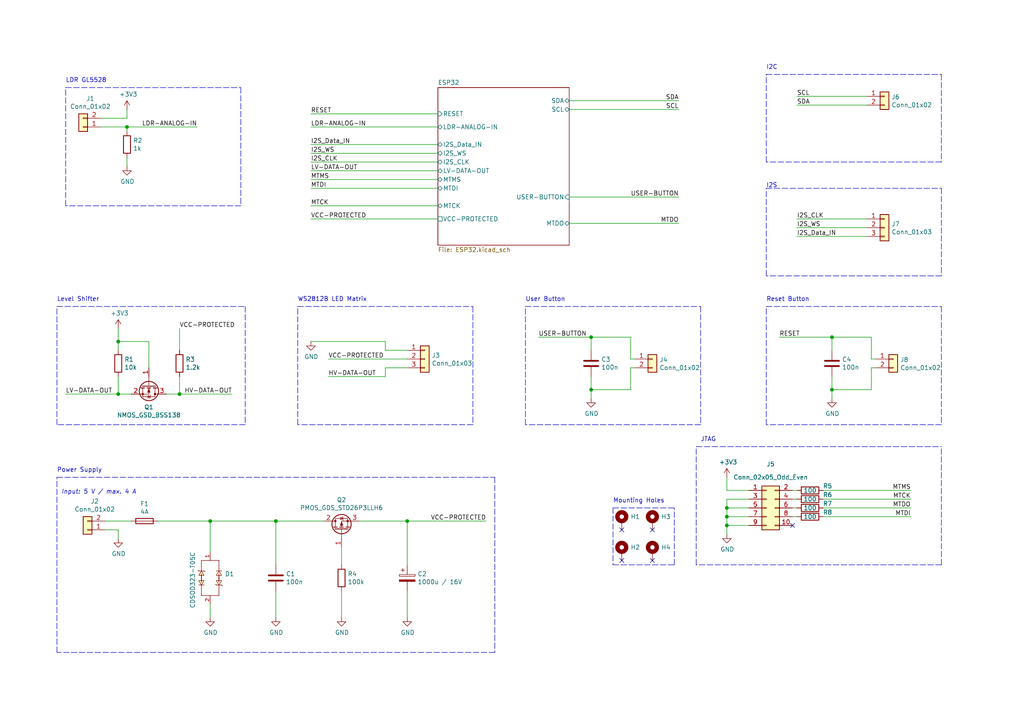
<source format=kicad_sch>
(kicad_sch (version 20211123) (generator eeschema)

  (uuid bc098663-19ef-4de3-829f-e1dfe9c5640c)

  (paper "A4")

  (title_block
    (title "Pixelix")
    (date "2022-09-14")
    (rev "2.0")
    (comment 1 "Schneider, Niklas")
  )

  (lib_symbols
    (symbol "CDSOD323-T05C:CDSOD323-T05C" (pin_names (offset 1.016) hide) (in_bom yes) (on_board yes)
      (property "Reference" "D" (id 0) (at -5.08 5.08 0)
        (effects (font (size 1.27 1.27)) (justify left bottom))
      )
      (property "Value" "CDSOD323-T05C" (id 1) (at -5.08 -7.62 0)
        (effects (font (size 1.27 1.27)) (justify left bottom))
      )
      (property "Footprint" "footprints:CDSOD323-T05C" (id 2) (at 0 0 0)
        (effects (font (size 1.27 1.27)) (justify left bottom) hide)
      )
      (property "Datasheet" "https://www.bourns.com/docs/Product-Datasheets/CDSOD323-TxxC.PDF" (id 3) (at 0 0 0)
        (effects (font (size 1.27 1.27)) (justify left bottom) hide)
      )
      (property "STANDARD" "IPC-7351B" (id 4) (at 0 0 0)
        (effects (font (size 1.27 1.27)) (justify left bottom) hide)
      )
      (property "PARTREV" "01/18" (id 5) (at 0 0 0)
        (effects (font (size 1.27 1.27)) (justify left bottom) hide)
      )
      (property "MANUFACTURER" "Bourns" (id 6) (at 0 0 0)
        (effects (font (size 1.27 1.27)) (justify left bottom) hide)
      )
      (symbol "CDSOD323-T05C_0_0"
        (polyline
          (pts
            (xy -5.08 -2.54)
            (xy -5.08 2.54)
          )
          (stroke (width 0.1524) (type default) (color 0 0 0 0))
          (fill (type none))
        )
        (polyline
          (pts
            (xy -2.032 -3.302)
            (xy -2.286 -3.556)
          )
          (stroke (width 0.1524) (type default) (color 0 0 0 0))
          (fill (type none))
        )
        (polyline
          (pts
            (xy -2.032 -2.54)
            (xy -5.08 -2.54)
          )
          (stroke (width 0.1524) (type default) (color 0 0 0 0))
          (fill (type none))
        )
        (polyline
          (pts
            (xy -2.032 -1.778)
            (xy -2.032 -3.302)
          )
          (stroke (width 0.1524) (type default) (color 0 0 0 0))
          (fill (type none))
        )
        (polyline
          (pts
            (xy -2.032 -1.778)
            (xy -1.778 -1.524)
          )
          (stroke (width 0.1524) (type default) (color 0 0 0 0))
          (fill (type none))
        )
        (polyline
          (pts
            (xy -2.032 2.54)
            (xy -5.08 2.54)
          )
          (stroke (width 0.1524) (type default) (color 0 0 0 0))
          (fill (type none))
        )
        (polyline
          (pts
            (xy -2.032 3.302)
            (xy -2.032 1.778)
          )
          (stroke (width 0.1524) (type default) (color 0 0 0 0))
          (fill (type none))
        )
        (polyline
          (pts
            (xy -0.762 -2.54)
            (xy 1.27 -2.54)
          )
          (stroke (width 0.1524) (type default) (color 0 0 0 0))
          (fill (type none))
        )
        (polyline
          (pts
            (xy -0.762 2.54)
            (xy 1.27 2.54)
          )
          (stroke (width 0.1524) (type default) (color 0 0 0 0))
          (fill (type none))
        )
        (polyline
          (pts
            (xy 0.762 -2.54)
            (xy -1.27 -2.54)
          )
          (stroke (width 0.1524) (type default) (color 0 0 0 0))
          (fill (type none))
        )
        (polyline
          (pts
            (xy 0.762 2.54)
            (xy -1.27 2.54)
          )
          (stroke (width 0.1524) (type default) (color 0 0 0 0))
          (fill (type none))
        )
        (polyline
          (pts
            (xy 2.032 -3.302)
            (xy 2.032 -1.778)
          )
          (stroke (width 0.1524) (type default) (color 0 0 0 0))
          (fill (type none))
        )
        (polyline
          (pts
            (xy 2.032 -2.54)
            (xy 5.08 -2.54)
          )
          (stroke (width 0.1524) (type default) (color 0 0 0 0))
          (fill (type none))
        )
        (polyline
          (pts
            (xy 2.032 1.778)
            (xy 1.778 1.524)
          )
          (stroke (width 0.1524) (type default) (color 0 0 0 0))
          (fill (type none))
        )
        (polyline
          (pts
            (xy 2.032 1.778)
            (xy 2.032 3.302)
          )
          (stroke (width 0.1524) (type default) (color 0 0 0 0))
          (fill (type none))
        )
        (polyline
          (pts
            (xy 2.032 2.54)
            (xy 5.08 2.54)
          )
          (stroke (width 0.1524) (type default) (color 0 0 0 0))
          (fill (type none))
        )
        (polyline
          (pts
            (xy 2.032 3.302)
            (xy 2.286 3.556)
          )
          (stroke (width 0.1524) (type default) (color 0 0 0 0))
          (fill (type none))
        )
        (polyline
          (pts
            (xy 5.08 -2.54)
            (xy 5.08 2.54)
          )
          (stroke (width 0.1524) (type default) (color 0 0 0 0))
          (fill (type none))
        )
        (polyline
          (pts
            (xy -2.032 -2.54)
            (xy -0.762 -1.778)
            (xy -0.762 -3.302)
            (xy -2.032 -2.54)
          )
          (stroke (width 0.1524) (type default) (color 0 0 0 0))
          (fill (type background))
        )
        (polyline
          (pts
            (xy -2.032 2.54)
            (xy -0.762 3.302)
            (xy -0.762 1.778)
            (xy -2.032 2.54)
          )
          (stroke (width 0.1524) (type default) (color 0 0 0 0))
          (fill (type background))
        )
        (polyline
          (pts
            (xy 2.032 -2.54)
            (xy 0.762 -3.302)
            (xy 0.762 -1.778)
            (xy 2.032 -2.54)
          )
          (stroke (width 0.1524) (type default) (color 0 0 0 0))
          (fill (type background))
        )
        (polyline
          (pts
            (xy 2.032 2.54)
            (xy 0.762 1.778)
            (xy 0.762 3.302)
            (xy 2.032 2.54)
          )
          (stroke (width 0.1524) (type default) (color 0 0 0 0))
          (fill (type background))
        )
        (pin passive line (at -7.62 0 0) (length 2.54)
          (name "~" (effects (font (size 1.016 1.016))))
          (number "1" (effects (font (size 1.016 1.016))))
        )
        (pin passive line (at 7.62 0 180) (length 2.54)
          (name "~" (effects (font (size 1.016 1.016))))
          (number "2" (effects (font (size 1.016 1.016))))
        )
      )
    )
    (symbol "Connector_Generic:Conn_01x02" (pin_names (offset 1.016) hide) (in_bom yes) (on_board yes)
      (property "Reference" "J" (id 0) (at 0 2.54 0)
        (effects (font (size 1.27 1.27)))
      )
      (property "Value" "Conn_01x02" (id 1) (at 0 -5.08 0)
        (effects (font (size 1.27 1.27)))
      )
      (property "Footprint" "" (id 2) (at 0 0 0)
        (effects (font (size 1.27 1.27)) hide)
      )
      (property "Datasheet" "~" (id 3) (at 0 0 0)
        (effects (font (size 1.27 1.27)) hide)
      )
      (property "ki_keywords" "connector" (id 4) (at 0 0 0)
        (effects (font (size 1.27 1.27)) hide)
      )
      (property "ki_description" "Generic connector, single row, 01x02, script generated (kicad-library-utils/schlib/autogen/connector/)" (id 5) (at 0 0 0)
        (effects (font (size 1.27 1.27)) hide)
      )
      (property "ki_fp_filters" "Connector*:*_1x??_*" (id 6) (at 0 0 0)
        (effects (font (size 1.27 1.27)) hide)
      )
      (symbol "Conn_01x02_1_1"
        (rectangle (start -1.27 -2.413) (end 0 -2.667)
          (stroke (width 0.1524) (type default) (color 0 0 0 0))
          (fill (type none))
        )
        (rectangle (start -1.27 0.127) (end 0 -0.127)
          (stroke (width 0.1524) (type default) (color 0 0 0 0))
          (fill (type none))
        )
        (rectangle (start -1.27 1.27) (end 1.27 -3.81)
          (stroke (width 0.254) (type default) (color 0 0 0 0))
          (fill (type background))
        )
        (pin passive line (at -5.08 0 0) (length 3.81)
          (name "Pin_1" (effects (font (size 1.27 1.27))))
          (number "1" (effects (font (size 1.27 1.27))))
        )
        (pin passive line (at -5.08 -2.54 0) (length 3.81)
          (name "Pin_2" (effects (font (size 1.27 1.27))))
          (number "2" (effects (font (size 1.27 1.27))))
        )
      )
    )
    (symbol "Connector_Generic:Conn_01x03" (pin_names (offset 1.016) hide) (in_bom yes) (on_board yes)
      (property "Reference" "J" (id 0) (at 0 5.08 0)
        (effects (font (size 1.27 1.27)))
      )
      (property "Value" "Conn_01x03" (id 1) (at 0 -5.08 0)
        (effects (font (size 1.27 1.27)))
      )
      (property "Footprint" "" (id 2) (at 0 0 0)
        (effects (font (size 1.27 1.27)) hide)
      )
      (property "Datasheet" "~" (id 3) (at 0 0 0)
        (effects (font (size 1.27 1.27)) hide)
      )
      (property "ki_keywords" "connector" (id 4) (at 0 0 0)
        (effects (font (size 1.27 1.27)) hide)
      )
      (property "ki_description" "Generic connector, single row, 01x03, script generated (kicad-library-utils/schlib/autogen/connector/)" (id 5) (at 0 0 0)
        (effects (font (size 1.27 1.27)) hide)
      )
      (property "ki_fp_filters" "Connector*:*_1x??_*" (id 6) (at 0 0 0)
        (effects (font (size 1.27 1.27)) hide)
      )
      (symbol "Conn_01x03_1_1"
        (rectangle (start -1.27 -2.413) (end 0 -2.667)
          (stroke (width 0.1524) (type default) (color 0 0 0 0))
          (fill (type none))
        )
        (rectangle (start -1.27 0.127) (end 0 -0.127)
          (stroke (width 0.1524) (type default) (color 0 0 0 0))
          (fill (type none))
        )
        (rectangle (start -1.27 2.667) (end 0 2.413)
          (stroke (width 0.1524) (type default) (color 0 0 0 0))
          (fill (type none))
        )
        (rectangle (start -1.27 3.81) (end 1.27 -3.81)
          (stroke (width 0.254) (type default) (color 0 0 0 0))
          (fill (type background))
        )
        (pin passive line (at -5.08 2.54 0) (length 3.81)
          (name "Pin_1" (effects (font (size 1.27 1.27))))
          (number "1" (effects (font (size 1.27 1.27))))
        )
        (pin passive line (at -5.08 0 0) (length 3.81)
          (name "Pin_2" (effects (font (size 1.27 1.27))))
          (number "2" (effects (font (size 1.27 1.27))))
        )
        (pin passive line (at -5.08 -2.54 0) (length 3.81)
          (name "Pin_3" (effects (font (size 1.27 1.27))))
          (number "3" (effects (font (size 1.27 1.27))))
        )
      )
    )
    (symbol "Connector_Generic:Conn_02x05_Odd_Even" (pin_names (offset 1.016) hide) (in_bom yes) (on_board yes)
      (property "Reference" "J" (id 0) (at 1.27 7.62 0)
        (effects (font (size 1.27 1.27)))
      )
      (property "Value" "Conn_02x05_Odd_Even" (id 1) (at 1.27 -7.62 0)
        (effects (font (size 1.27 1.27)))
      )
      (property "Footprint" "" (id 2) (at 0 0 0)
        (effects (font (size 1.27 1.27)) hide)
      )
      (property "Datasheet" "~" (id 3) (at 0 0 0)
        (effects (font (size 1.27 1.27)) hide)
      )
      (property "ki_keywords" "connector" (id 4) (at 0 0 0)
        (effects (font (size 1.27 1.27)) hide)
      )
      (property "ki_description" "Generic connector, double row, 02x05, odd/even pin numbering scheme (row 1 odd numbers, row 2 even numbers), script generated (kicad-library-utils/schlib/autogen/connector/)" (id 5) (at 0 0 0)
        (effects (font (size 1.27 1.27)) hide)
      )
      (property "ki_fp_filters" "Connector*:*_2x??_*" (id 6) (at 0 0 0)
        (effects (font (size 1.27 1.27)) hide)
      )
      (symbol "Conn_02x05_Odd_Even_1_1"
        (rectangle (start -1.27 -4.953) (end 0 -5.207)
          (stroke (width 0.1524) (type default) (color 0 0 0 0))
          (fill (type none))
        )
        (rectangle (start -1.27 -2.413) (end 0 -2.667)
          (stroke (width 0.1524) (type default) (color 0 0 0 0))
          (fill (type none))
        )
        (rectangle (start -1.27 0.127) (end 0 -0.127)
          (stroke (width 0.1524) (type default) (color 0 0 0 0))
          (fill (type none))
        )
        (rectangle (start -1.27 2.667) (end 0 2.413)
          (stroke (width 0.1524) (type default) (color 0 0 0 0))
          (fill (type none))
        )
        (rectangle (start -1.27 5.207) (end 0 4.953)
          (stroke (width 0.1524) (type default) (color 0 0 0 0))
          (fill (type none))
        )
        (rectangle (start -1.27 6.35) (end 3.81 -6.35)
          (stroke (width 0.254) (type default) (color 0 0 0 0))
          (fill (type background))
        )
        (rectangle (start 3.81 -4.953) (end 2.54 -5.207)
          (stroke (width 0.1524) (type default) (color 0 0 0 0))
          (fill (type none))
        )
        (rectangle (start 3.81 -2.413) (end 2.54 -2.667)
          (stroke (width 0.1524) (type default) (color 0 0 0 0))
          (fill (type none))
        )
        (rectangle (start 3.81 0.127) (end 2.54 -0.127)
          (stroke (width 0.1524) (type default) (color 0 0 0 0))
          (fill (type none))
        )
        (rectangle (start 3.81 2.667) (end 2.54 2.413)
          (stroke (width 0.1524) (type default) (color 0 0 0 0))
          (fill (type none))
        )
        (rectangle (start 3.81 5.207) (end 2.54 4.953)
          (stroke (width 0.1524) (type default) (color 0 0 0 0))
          (fill (type none))
        )
        (pin passive line (at -5.08 5.08 0) (length 3.81)
          (name "Pin_1" (effects (font (size 1.27 1.27))))
          (number "1" (effects (font (size 1.27 1.27))))
        )
        (pin passive line (at 7.62 -5.08 180) (length 3.81)
          (name "Pin_10" (effects (font (size 1.27 1.27))))
          (number "10" (effects (font (size 1.27 1.27))))
        )
        (pin passive line (at 7.62 5.08 180) (length 3.81)
          (name "Pin_2" (effects (font (size 1.27 1.27))))
          (number "2" (effects (font (size 1.27 1.27))))
        )
        (pin passive line (at -5.08 2.54 0) (length 3.81)
          (name "Pin_3" (effects (font (size 1.27 1.27))))
          (number "3" (effects (font (size 1.27 1.27))))
        )
        (pin passive line (at 7.62 2.54 180) (length 3.81)
          (name "Pin_4" (effects (font (size 1.27 1.27))))
          (number "4" (effects (font (size 1.27 1.27))))
        )
        (pin passive line (at -5.08 0 0) (length 3.81)
          (name "Pin_5" (effects (font (size 1.27 1.27))))
          (number "5" (effects (font (size 1.27 1.27))))
        )
        (pin passive line (at 7.62 0 180) (length 3.81)
          (name "Pin_6" (effects (font (size 1.27 1.27))))
          (number "6" (effects (font (size 1.27 1.27))))
        )
        (pin passive line (at -5.08 -2.54 0) (length 3.81)
          (name "Pin_7" (effects (font (size 1.27 1.27))))
          (number "7" (effects (font (size 1.27 1.27))))
        )
        (pin passive line (at 7.62 -2.54 180) (length 3.81)
          (name "Pin_8" (effects (font (size 1.27 1.27))))
          (number "8" (effects (font (size 1.27 1.27))))
        )
        (pin passive line (at -5.08 -5.08 0) (length 3.81)
          (name "Pin_9" (effects (font (size 1.27 1.27))))
          (number "9" (effects (font (size 1.27 1.27))))
        )
      )
    )
    (symbol "Device:C" (pin_numbers hide) (pin_names (offset 0.254)) (in_bom yes) (on_board yes)
      (property "Reference" "C" (id 0) (at 0.635 2.54 0)
        (effects (font (size 1.27 1.27)) (justify left))
      )
      (property "Value" "C" (id 1) (at 0.635 -2.54 0)
        (effects (font (size 1.27 1.27)) (justify left))
      )
      (property "Footprint" "" (id 2) (at 0.9652 -3.81 0)
        (effects (font (size 1.27 1.27)) hide)
      )
      (property "Datasheet" "~" (id 3) (at 0 0 0)
        (effects (font (size 1.27 1.27)) hide)
      )
      (property "ki_keywords" "cap capacitor" (id 4) (at 0 0 0)
        (effects (font (size 1.27 1.27)) hide)
      )
      (property "ki_description" "Unpolarized capacitor" (id 5) (at 0 0 0)
        (effects (font (size 1.27 1.27)) hide)
      )
      (property "ki_fp_filters" "C_*" (id 6) (at 0 0 0)
        (effects (font (size 1.27 1.27)) hide)
      )
      (symbol "C_0_1"
        (polyline
          (pts
            (xy -2.032 -0.762)
            (xy 2.032 -0.762)
          )
          (stroke (width 0.508) (type default) (color 0 0 0 0))
          (fill (type none))
        )
        (polyline
          (pts
            (xy -2.032 0.762)
            (xy 2.032 0.762)
          )
          (stroke (width 0.508) (type default) (color 0 0 0 0))
          (fill (type none))
        )
      )
      (symbol "C_1_1"
        (pin passive line (at 0 3.81 270) (length 2.794)
          (name "~" (effects (font (size 1.27 1.27))))
          (number "1" (effects (font (size 1.27 1.27))))
        )
        (pin passive line (at 0 -3.81 90) (length 2.794)
          (name "~" (effects (font (size 1.27 1.27))))
          (number "2" (effects (font (size 1.27 1.27))))
        )
      )
    )
    (symbol "Device:Fuse" (pin_numbers hide) (pin_names (offset 0)) (in_bom yes) (on_board yes)
      (property "Reference" "F" (id 0) (at 2.032 0 90)
        (effects (font (size 1.27 1.27)))
      )
      (property "Value" "Fuse" (id 1) (at -1.905 0 90)
        (effects (font (size 1.27 1.27)))
      )
      (property "Footprint" "" (id 2) (at -1.778 0 90)
        (effects (font (size 1.27 1.27)) hide)
      )
      (property "Datasheet" "~" (id 3) (at 0 0 0)
        (effects (font (size 1.27 1.27)) hide)
      )
      (property "ki_keywords" "fuse" (id 4) (at 0 0 0)
        (effects (font (size 1.27 1.27)) hide)
      )
      (property "ki_description" "Fuse" (id 5) (at 0 0 0)
        (effects (font (size 1.27 1.27)) hide)
      )
      (property "ki_fp_filters" "*Fuse*" (id 6) (at 0 0 0)
        (effects (font (size 1.27 1.27)) hide)
      )
      (symbol "Fuse_0_1"
        (rectangle (start -0.762 -2.54) (end 0.762 2.54)
          (stroke (width 0.254) (type default) (color 0 0 0 0))
          (fill (type none))
        )
        (polyline
          (pts
            (xy 0 2.54)
            (xy 0 -2.54)
          )
          (stroke (width 0) (type default) (color 0 0 0 0))
          (fill (type none))
        )
      )
      (symbol "Fuse_1_1"
        (pin passive line (at 0 3.81 270) (length 1.27)
          (name "~" (effects (font (size 1.27 1.27))))
          (number "1" (effects (font (size 1.27 1.27))))
        )
        (pin passive line (at 0 -3.81 90) (length 1.27)
          (name "~" (effects (font (size 1.27 1.27))))
          (number "2" (effects (font (size 1.27 1.27))))
        )
      )
    )
    (symbol "Device:Q_NMOS_GSD" (pin_names (offset 0) hide) (in_bom yes) (on_board yes)
      (property "Reference" "Q" (id 0) (at 5.08 1.27 0)
        (effects (font (size 1.27 1.27)) (justify left))
      )
      (property "Value" "Q_NMOS_GSD" (id 1) (at 5.08 -1.27 0)
        (effects (font (size 1.27 1.27)) (justify left))
      )
      (property "Footprint" "" (id 2) (at 5.08 2.54 0)
        (effects (font (size 1.27 1.27)) hide)
      )
      (property "Datasheet" "~" (id 3) (at 0 0 0)
        (effects (font (size 1.27 1.27)) hide)
      )
      (property "ki_keywords" "transistor NMOS N-MOS N-MOSFET" (id 4) (at 0 0 0)
        (effects (font (size 1.27 1.27)) hide)
      )
      (property "ki_description" "N-MOSFET transistor, gate/source/drain" (id 5) (at 0 0 0)
        (effects (font (size 1.27 1.27)) hide)
      )
      (symbol "Q_NMOS_GSD_0_1"
        (polyline
          (pts
            (xy 0.254 0)
            (xy -2.54 0)
          )
          (stroke (width 0) (type default) (color 0 0 0 0))
          (fill (type none))
        )
        (polyline
          (pts
            (xy 0.254 1.905)
            (xy 0.254 -1.905)
          )
          (stroke (width 0.254) (type default) (color 0 0 0 0))
          (fill (type none))
        )
        (polyline
          (pts
            (xy 0.762 -1.27)
            (xy 0.762 -2.286)
          )
          (stroke (width 0.254) (type default) (color 0 0 0 0))
          (fill (type none))
        )
        (polyline
          (pts
            (xy 0.762 0.508)
            (xy 0.762 -0.508)
          )
          (stroke (width 0.254) (type default) (color 0 0 0 0))
          (fill (type none))
        )
        (polyline
          (pts
            (xy 0.762 2.286)
            (xy 0.762 1.27)
          )
          (stroke (width 0.254) (type default) (color 0 0 0 0))
          (fill (type none))
        )
        (polyline
          (pts
            (xy 2.54 2.54)
            (xy 2.54 1.778)
          )
          (stroke (width 0) (type default) (color 0 0 0 0))
          (fill (type none))
        )
        (polyline
          (pts
            (xy 2.54 -2.54)
            (xy 2.54 0)
            (xy 0.762 0)
          )
          (stroke (width 0) (type default) (color 0 0 0 0))
          (fill (type none))
        )
        (polyline
          (pts
            (xy 0.762 -1.778)
            (xy 3.302 -1.778)
            (xy 3.302 1.778)
            (xy 0.762 1.778)
          )
          (stroke (width 0) (type default) (color 0 0 0 0))
          (fill (type none))
        )
        (polyline
          (pts
            (xy 1.016 0)
            (xy 2.032 0.381)
            (xy 2.032 -0.381)
            (xy 1.016 0)
          )
          (stroke (width 0) (type default) (color 0 0 0 0))
          (fill (type outline))
        )
        (polyline
          (pts
            (xy 2.794 0.508)
            (xy 2.921 0.381)
            (xy 3.683 0.381)
            (xy 3.81 0.254)
          )
          (stroke (width 0) (type default) (color 0 0 0 0))
          (fill (type none))
        )
        (polyline
          (pts
            (xy 3.302 0.381)
            (xy 2.921 -0.254)
            (xy 3.683 -0.254)
            (xy 3.302 0.381)
          )
          (stroke (width 0) (type default) (color 0 0 0 0))
          (fill (type none))
        )
        (circle (center 1.651 0) (radius 2.794)
          (stroke (width 0.254) (type default) (color 0 0 0 0))
          (fill (type none))
        )
        (circle (center 2.54 -1.778) (radius 0.254)
          (stroke (width 0) (type default) (color 0 0 0 0))
          (fill (type outline))
        )
        (circle (center 2.54 1.778) (radius 0.254)
          (stroke (width 0) (type default) (color 0 0 0 0))
          (fill (type outline))
        )
      )
      (symbol "Q_NMOS_GSD_1_1"
        (pin input line (at -5.08 0 0) (length 2.54)
          (name "G" (effects (font (size 1.27 1.27))))
          (number "1" (effects (font (size 1.27 1.27))))
        )
        (pin passive line (at 2.54 -5.08 90) (length 2.54)
          (name "S" (effects (font (size 1.27 1.27))))
          (number "2" (effects (font (size 1.27 1.27))))
        )
        (pin passive line (at 2.54 5.08 270) (length 2.54)
          (name "D" (effects (font (size 1.27 1.27))))
          (number "3" (effects (font (size 1.27 1.27))))
        )
      )
    )
    (symbol "Device:Q_PMOS_GDS" (pin_names (offset 0) hide) (in_bom yes) (on_board yes)
      (property "Reference" "Q" (id 0) (at 5.08 1.27 0)
        (effects (font (size 1.27 1.27)) (justify left))
      )
      (property "Value" "Q_PMOS_GDS" (id 1) (at 5.08 -1.27 0)
        (effects (font (size 1.27 1.27)) (justify left))
      )
      (property "Footprint" "" (id 2) (at 5.08 2.54 0)
        (effects (font (size 1.27 1.27)) hide)
      )
      (property "Datasheet" "~" (id 3) (at 0 0 0)
        (effects (font (size 1.27 1.27)) hide)
      )
      (property "ki_keywords" "transistor PMOS P-MOS P-MOSFET" (id 4) (at 0 0 0)
        (effects (font (size 1.27 1.27)) hide)
      )
      (property "ki_description" "P-MOSFET transistor, gate/drain/source" (id 5) (at 0 0 0)
        (effects (font (size 1.27 1.27)) hide)
      )
      (symbol "Q_PMOS_GDS_0_1"
        (polyline
          (pts
            (xy 0.254 0)
            (xy -2.54 0)
          )
          (stroke (width 0) (type default) (color 0 0 0 0))
          (fill (type none))
        )
        (polyline
          (pts
            (xy 0.254 1.905)
            (xy 0.254 -1.905)
          )
          (stroke (width 0.254) (type default) (color 0 0 0 0))
          (fill (type none))
        )
        (polyline
          (pts
            (xy 0.762 -1.27)
            (xy 0.762 -2.286)
          )
          (stroke (width 0.254) (type default) (color 0 0 0 0))
          (fill (type none))
        )
        (polyline
          (pts
            (xy 0.762 0.508)
            (xy 0.762 -0.508)
          )
          (stroke (width 0.254) (type default) (color 0 0 0 0))
          (fill (type none))
        )
        (polyline
          (pts
            (xy 0.762 2.286)
            (xy 0.762 1.27)
          )
          (stroke (width 0.254) (type default) (color 0 0 0 0))
          (fill (type none))
        )
        (polyline
          (pts
            (xy 2.54 2.54)
            (xy 2.54 1.778)
          )
          (stroke (width 0) (type default) (color 0 0 0 0))
          (fill (type none))
        )
        (polyline
          (pts
            (xy 2.54 -2.54)
            (xy 2.54 0)
            (xy 0.762 0)
          )
          (stroke (width 0) (type default) (color 0 0 0 0))
          (fill (type none))
        )
        (polyline
          (pts
            (xy 0.762 1.778)
            (xy 3.302 1.778)
            (xy 3.302 -1.778)
            (xy 0.762 -1.778)
          )
          (stroke (width 0) (type default) (color 0 0 0 0))
          (fill (type none))
        )
        (polyline
          (pts
            (xy 2.286 0)
            (xy 1.27 0.381)
            (xy 1.27 -0.381)
            (xy 2.286 0)
          )
          (stroke (width 0) (type default) (color 0 0 0 0))
          (fill (type outline))
        )
        (polyline
          (pts
            (xy 2.794 -0.508)
            (xy 2.921 -0.381)
            (xy 3.683 -0.381)
            (xy 3.81 -0.254)
          )
          (stroke (width 0) (type default) (color 0 0 0 0))
          (fill (type none))
        )
        (polyline
          (pts
            (xy 3.302 -0.381)
            (xy 2.921 0.254)
            (xy 3.683 0.254)
            (xy 3.302 -0.381)
          )
          (stroke (width 0) (type default) (color 0 0 0 0))
          (fill (type none))
        )
        (circle (center 1.651 0) (radius 2.794)
          (stroke (width 0.254) (type default) (color 0 0 0 0))
          (fill (type none))
        )
        (circle (center 2.54 -1.778) (radius 0.254)
          (stroke (width 0) (type default) (color 0 0 0 0))
          (fill (type outline))
        )
        (circle (center 2.54 1.778) (radius 0.254)
          (stroke (width 0) (type default) (color 0 0 0 0))
          (fill (type outline))
        )
      )
      (symbol "Q_PMOS_GDS_1_1"
        (pin input line (at -5.08 0 0) (length 2.54)
          (name "G" (effects (font (size 1.27 1.27))))
          (number "1" (effects (font (size 1.27 1.27))))
        )
        (pin passive line (at 2.54 5.08 270) (length 2.54)
          (name "D" (effects (font (size 1.27 1.27))))
          (number "2" (effects (font (size 1.27 1.27))))
        )
        (pin passive line (at 2.54 -5.08 90) (length 2.54)
          (name "S" (effects (font (size 1.27 1.27))))
          (number "3" (effects (font (size 1.27 1.27))))
        )
      )
    )
    (symbol "Device:R" (pin_numbers hide) (pin_names (offset 0)) (in_bom yes) (on_board yes)
      (property "Reference" "R" (id 0) (at 2.032 0 90)
        (effects (font (size 1.27 1.27)))
      )
      (property "Value" "R" (id 1) (at 0 0 90)
        (effects (font (size 1.27 1.27)))
      )
      (property "Footprint" "" (id 2) (at -1.778 0 90)
        (effects (font (size 1.27 1.27)) hide)
      )
      (property "Datasheet" "~" (id 3) (at 0 0 0)
        (effects (font (size 1.27 1.27)) hide)
      )
      (property "ki_keywords" "R res resistor" (id 4) (at 0 0 0)
        (effects (font (size 1.27 1.27)) hide)
      )
      (property "ki_description" "Resistor" (id 5) (at 0 0 0)
        (effects (font (size 1.27 1.27)) hide)
      )
      (property "ki_fp_filters" "R_*" (id 6) (at 0 0 0)
        (effects (font (size 1.27 1.27)) hide)
      )
      (symbol "R_0_1"
        (rectangle (start -1.016 -2.54) (end 1.016 2.54)
          (stroke (width 0.254) (type default) (color 0 0 0 0))
          (fill (type none))
        )
      )
      (symbol "R_1_1"
        (pin passive line (at 0 3.81 270) (length 1.27)
          (name "~" (effects (font (size 1.27 1.27))))
          (number "1" (effects (font (size 1.27 1.27))))
        )
        (pin passive line (at 0 -3.81 90) (length 1.27)
          (name "~" (effects (font (size 1.27 1.27))))
          (number "2" (effects (font (size 1.27 1.27))))
        )
      )
    )
    (symbol "Mechanical:MountingHole_Pad" (pin_numbers hide) (pin_names (offset 1.016) hide) (in_bom yes) (on_board yes)
      (property "Reference" "H" (id 0) (at 0 6.35 0)
        (effects (font (size 1.27 1.27)))
      )
      (property "Value" "MountingHole_Pad" (id 1) (at 0 4.445 0)
        (effects (font (size 1.27 1.27)))
      )
      (property "Footprint" "" (id 2) (at 0 0 0)
        (effects (font (size 1.27 1.27)) hide)
      )
      (property "Datasheet" "~" (id 3) (at 0 0 0)
        (effects (font (size 1.27 1.27)) hide)
      )
      (property "ki_keywords" "mounting hole" (id 4) (at 0 0 0)
        (effects (font (size 1.27 1.27)) hide)
      )
      (property "ki_description" "Mounting Hole with connection" (id 5) (at 0 0 0)
        (effects (font (size 1.27 1.27)) hide)
      )
      (property "ki_fp_filters" "MountingHole*Pad*" (id 6) (at 0 0 0)
        (effects (font (size 1.27 1.27)) hide)
      )
      (symbol "MountingHole_Pad_0_1"
        (circle (center 0 1.27) (radius 1.27)
          (stroke (width 1.27) (type default) (color 0 0 0 0))
          (fill (type none))
        )
      )
      (symbol "MountingHole_Pad_1_1"
        (pin input line (at 0 -2.54 90) (length 2.54)
          (name "1" (effects (font (size 1.27 1.27))))
          (number "1" (effects (font (size 1.27 1.27))))
        )
      )
    )
    (symbol "Pixelix-rescue:CP-Device" (pin_numbers hide) (pin_names (offset 0.254)) (in_bom yes) (on_board yes)
      (property "Reference" "C" (id 0) (at 0.635 2.54 0)
        (effects (font (size 1.27 1.27)) (justify left))
      )
      (property "Value" "CP-Device" (id 1) (at 0.635 -2.54 0)
        (effects (font (size 1.27 1.27)) (justify left))
      )
      (property "Footprint" "" (id 2) (at 0.9652 -3.81 0)
        (effects (font (size 1.27 1.27)) hide)
      )
      (property "Datasheet" "" (id 3) (at 0 0 0)
        (effects (font (size 1.27 1.27)) hide)
      )
      (property "ki_fp_filters" "CP_*" (id 4) (at 0 0 0)
        (effects (font (size 1.27 1.27)) hide)
      )
      (symbol "CP-Device_0_1"
        (rectangle (start -2.286 0.508) (end 2.286 1.016)
          (stroke (width 0) (type default) (color 0 0 0 0))
          (fill (type none))
        )
        (polyline
          (pts
            (xy -1.778 2.286)
            (xy -0.762 2.286)
          )
          (stroke (width 0) (type default) (color 0 0 0 0))
          (fill (type none))
        )
        (polyline
          (pts
            (xy -1.27 2.794)
            (xy -1.27 1.778)
          )
          (stroke (width 0) (type default) (color 0 0 0 0))
          (fill (type none))
        )
        (rectangle (start 2.286 -0.508) (end -2.286 -1.016)
          (stroke (width 0) (type default) (color 0 0 0 0))
          (fill (type outline))
        )
      )
      (symbol "CP-Device_1_1"
        (pin passive line (at 0 3.81 270) (length 2.794)
          (name "~" (effects (font (size 1.27 1.27))))
          (number "1" (effects (font (size 1.27 1.27))))
        )
        (pin passive line (at 0 -3.81 90) (length 2.794)
          (name "~" (effects (font (size 1.27 1.27))))
          (number "2" (effects (font (size 1.27 1.27))))
        )
      )
    )
    (symbol "power:+3V3" (power) (pin_names (offset 0)) (in_bom yes) (on_board yes)
      (property "Reference" "#PWR" (id 0) (at 0 -3.81 0)
        (effects (font (size 1.27 1.27)) hide)
      )
      (property "Value" "+3V3" (id 1) (at 0 3.556 0)
        (effects (font (size 1.27 1.27)))
      )
      (property "Footprint" "" (id 2) (at 0 0 0)
        (effects (font (size 1.27 1.27)) hide)
      )
      (property "Datasheet" "" (id 3) (at 0 0 0)
        (effects (font (size 1.27 1.27)) hide)
      )
      (property "ki_keywords" "power-flag" (id 4) (at 0 0 0)
        (effects (font (size 1.27 1.27)) hide)
      )
      (property "ki_description" "Power symbol creates a global label with name \"+3V3\"" (id 5) (at 0 0 0)
        (effects (font (size 1.27 1.27)) hide)
      )
      (symbol "+3V3_0_1"
        (polyline
          (pts
            (xy -0.762 1.27)
            (xy 0 2.54)
          )
          (stroke (width 0) (type default) (color 0 0 0 0))
          (fill (type none))
        )
        (polyline
          (pts
            (xy 0 0)
            (xy 0 2.54)
          )
          (stroke (width 0) (type default) (color 0 0 0 0))
          (fill (type none))
        )
        (polyline
          (pts
            (xy 0 2.54)
            (xy 0.762 1.27)
          )
          (stroke (width 0) (type default) (color 0 0 0 0))
          (fill (type none))
        )
      )
      (symbol "+3V3_1_1"
        (pin power_in line (at 0 0 90) (length 0) hide
          (name "+3V3" (effects (font (size 1.27 1.27))))
          (number "1" (effects (font (size 1.27 1.27))))
        )
      )
    )
    (symbol "power:GND" (power) (pin_names (offset 0)) (in_bom yes) (on_board yes)
      (property "Reference" "#PWR" (id 0) (at 0 -6.35 0)
        (effects (font (size 1.27 1.27)) hide)
      )
      (property "Value" "GND" (id 1) (at 0 -3.81 0)
        (effects (font (size 1.27 1.27)))
      )
      (property "Footprint" "" (id 2) (at 0 0 0)
        (effects (font (size 1.27 1.27)) hide)
      )
      (property "Datasheet" "" (id 3) (at 0 0 0)
        (effects (font (size 1.27 1.27)) hide)
      )
      (property "ki_keywords" "power-flag" (id 4) (at 0 0 0)
        (effects (font (size 1.27 1.27)) hide)
      )
      (property "ki_description" "Power symbol creates a global label with name \"GND\" , ground" (id 5) (at 0 0 0)
        (effects (font (size 1.27 1.27)) hide)
      )
      (symbol "GND_0_1"
        (polyline
          (pts
            (xy 0 0)
            (xy 0 -1.27)
            (xy 1.27 -1.27)
            (xy 0 -2.54)
            (xy -1.27 -1.27)
            (xy 0 -1.27)
          )
          (stroke (width 0) (type default) (color 0 0 0 0))
          (fill (type none))
        )
      )
      (symbol "GND_1_1"
        (pin power_in line (at 0 0 270) (length 0) hide
          (name "GND" (effects (font (size 1.27 1.27))))
          (number "1" (effects (font (size 1.27 1.27))))
        )
      )
    )
  )

  (junction (at 210.82 149.86) (diameter 0) (color 0 0 0 0)
    (uuid 046bc8fc-5bad-44bc-9e69-5a3e9a06c483)
  )
  (junction (at 60.96 151.13) (diameter 0) (color 0 0 0 0)
    (uuid 1ed30c56-7117-49e1-b8e3-645c58cc536f)
  )
  (junction (at 80.01 151.13) (diameter 0) (color 0 0 0 0)
    (uuid 2f0083be-ea75-4545-a77e-3dc876ed5385)
  )
  (junction (at 241.3 97.79) (diameter 0) (color 0 0 0 0)
    (uuid 34818792-b501-4ec2-9792-8440fa618938)
  )
  (junction (at 34.29 114.3) (diameter 0) (color 0 0 0 0)
    (uuid 400b31ba-f68e-4fe9-b54b-995e234da465)
  )
  (junction (at 210.82 147.32) (diameter 0) (color 0 0 0 0)
    (uuid 50d4c6e3-8ab5-4463-9a19-96968ddf7d90)
  )
  (junction (at 36.83 36.83) (diameter 0) (color 0 0 0 0)
    (uuid 58cfc93d-3672-4080-8bce-a34a924fd3a6)
  )
  (junction (at 241.3 113.03) (diameter 0) (color 0 0 0 0)
    (uuid 839e8e6f-5e1d-45fc-9c80-1fcf5a686665)
  )
  (junction (at 52.07 114.3) (diameter 0) (color 0 0 0 0)
    (uuid 86a89610-d52e-45fe-9854-681b93edd1c0)
  )
  (junction (at 171.45 97.79) (diameter 0) (color 0 0 0 0)
    (uuid 896a194d-adac-4a3e-a902-5fda3696d75d)
  )
  (junction (at 34.29 99.06) (diameter 0) (color 0 0 0 0)
    (uuid 9380b0ea-5756-4e53-aaf3-a53270a1cfa4)
  )
  (junction (at 118.11 151.13) (diameter 0) (color 0 0 0 0)
    (uuid 9b00124f-3c9c-4b8f-aff0-935d24ad523a)
  )
  (junction (at 171.45 113.03) (diameter 0) (color 0 0 0 0)
    (uuid a3c64f47-ffd6-48a5-8ff6-5c69c25a9fb0)
  )
  (junction (at 210.82 152.4) (diameter 0) (color 0 0 0 0)
    (uuid f71673d5-5359-49e5-b8c0-37e32791e62c)
  )

  (no_connect (at 180.34 162.56) (uuid 24941a8b-a932-4b55-9a4a-d64eda773848))
  (no_connect (at 189.23 153.67) (uuid 532f2cac-84d7-4ffb-86e8-d89cddad9ae4))
  (no_connect (at 180.34 153.67) (uuid ce13ebc4-7a7c-44c6-8eab-4f46ae605c50))
  (no_connect (at 189.23 162.56) (uuid dc6803c8-2cc8-45aa-8467-62214b6a1474))
  (no_connect (at 229.87 152.4) (uuid ecf96a43-69b6-4cc6-b72a-124cf510d3f5))

  (wire (pts (xy 111.76 101.6) (xy 111.76 99.06))
    (stroke (width 0) (type default) (color 0 0 0 0))
    (uuid 029f81e0-3441-485e-949b-ddfba2094355)
  )
  (wire (pts (xy 210.82 149.86) (xy 210.82 152.4))
    (stroke (width 0) (type default) (color 0 0 0 0))
    (uuid 045632d8-85f7-4327-9d1e-1d153b290103)
  )
  (wire (pts (xy 30.48 153.67) (xy 34.29 153.67))
    (stroke (width 0) (type default) (color 0 0 0 0))
    (uuid 05947532-b3c1-4407-baa4-f10779841855)
  )
  (polyline (pts (xy 222.25 123.19) (xy 222.25 88.9))
    (stroke (width 0) (type default) (color 0 0 0 0))
    (uuid 07932375-3ef4-4304-a1b3-6c3119727e66)
  )

  (wire (pts (xy 252.73 97.79) (xy 252.73 104.14))
    (stroke (width 0) (type default) (color 0 0 0 0))
    (uuid 07bd3ddd-6e42-49dd-a3aa-950f7e84f429)
  )
  (polyline (pts (xy 143.51 138.43) (xy 143.51 189.23))
    (stroke (width 0) (type default) (color 0 0 0 0))
    (uuid 08d1ca2f-7ccd-4431-8e6e-cee784a4d598)
  )
  (polyline (pts (xy 16.51 123.19) (xy 16.51 88.9))
    (stroke (width 0) (type default) (color 0 0 0 0))
    (uuid 0b121013-805d-4722-af38-57d9b0607873)
  )
  (polyline (pts (xy 222.25 80.01) (xy 222.25 54.61))
    (stroke (width 0) (type default) (color 0 0 0 0))
    (uuid 0d107932-e3f2-4c45-90f4-2fa551af698c)
  )

  (wire (pts (xy 210.82 144.78) (xy 210.82 147.32))
    (stroke (width 0) (type default) (color 0 0 0 0))
    (uuid 0e2c7037-6deb-4c12-8c84-2dcb11123407)
  )
  (polyline (pts (xy 137.16 123.19) (xy 86.36 123.19))
    (stroke (width 0) (type default) (color 0 0 0 0))
    (uuid 0e641b76-2c02-4d18-b824-884a4fc62693)
  )

  (wire (pts (xy 229.87 147.32) (xy 231.14 147.32))
    (stroke (width 0) (type default) (color 0 0 0 0))
    (uuid 0ed79d31-18ce-4a3c-b864-bb371fa421a9)
  )
  (polyline (pts (xy 86.36 88.9) (xy 137.16 88.9))
    (stroke (width 0) (type default) (color 0 0 0 0))
    (uuid 10aa062c-d398-4120-9c6f-99f46c5099f5)
  )

  (wire (pts (xy 196.85 57.15) (xy 165.1 57.15))
    (stroke (width 0) (type default) (color 0 0 0 0))
    (uuid 110f29e2-5ba5-460a-b524-7371af44aa69)
  )
  (wire (pts (xy 171.45 97.79) (xy 156.21 97.79))
    (stroke (width 0) (type default) (color 0 0 0 0))
    (uuid 11341a06-ae7d-4b88-99a6-bf7cb72be911)
  )
  (wire (pts (xy 30.48 151.13) (xy 38.1 151.13))
    (stroke (width 0) (type default) (color 0 0 0 0))
    (uuid 12941918-479e-4eee-b8db-3e6ccc841cb7)
  )
  (wire (pts (xy 238.76 144.78) (xy 264.16 144.78))
    (stroke (width 0) (type default) (color 0 0 0 0))
    (uuid 17f1092f-da3d-4a4e-b8c2-4a25a14ac52e)
  )
  (wire (pts (xy 252.73 104.14) (xy 254 104.14))
    (stroke (width 0) (type default) (color 0 0 0 0))
    (uuid 18211779-a47d-4e48-bc67-3d92f08d1096)
  )
  (wire (pts (xy 52.07 114.3) (xy 52.07 109.22))
    (stroke (width 0) (type default) (color 0 0 0 0))
    (uuid 194f784a-38cf-4d29-8603-99280b71c644)
  )
  (wire (pts (xy 127 44.45) (xy 90.17 44.45))
    (stroke (width 0) (type default) (color 0 0 0 0))
    (uuid 1d8e0a18-bff7-43e5-a6a8-1d92ad7daafe)
  )
  (wire (pts (xy 251.46 30.48) (xy 231.14 30.48))
    (stroke (width 0) (type default) (color 0 0 0 0))
    (uuid 1d91fcb1-53f9-4e74-b283-8e6c2c48bb89)
  )
  (polyline (pts (xy 195.58 163.83) (xy 195.58 147.32))
    (stroke (width 0) (type default) (color 0 0 0 0))
    (uuid 1e17f3e0-e1f8-4b50-bb98-8fb8ab55d1d6)
  )

  (wire (pts (xy 127 52.07) (xy 90.17 52.07))
    (stroke (width 0) (type default) (color 0 0 0 0))
    (uuid 1e592c9b-6f2d-4ef2-af3a-3fbb96fcf358)
  )
  (wire (pts (xy 210.82 152.4) (xy 217.17 152.4))
    (stroke (width 0) (type default) (color 0 0 0 0))
    (uuid 1e9e28a7-76ff-4759-9201-cc9fc6453cff)
  )
  (wire (pts (xy 217.17 142.24) (xy 210.82 142.24))
    (stroke (width 0) (type default) (color 0 0 0 0))
    (uuid 205811d9-b50d-4c89-b2c2-4f6646ca5249)
  )
  (wire (pts (xy 241.3 113.03) (xy 252.73 113.03))
    (stroke (width 0) (type default) (color 0 0 0 0))
    (uuid 22115c57-aba8-4a7f-a05d-9c4d5f4af6fa)
  )
  (wire (pts (xy 127 49.53) (xy 90.17 49.53))
    (stroke (width 0) (type default) (color 0 0 0 0))
    (uuid 24c582a8-104c-4dc3-bf23-a80b27ebfaab)
  )
  (wire (pts (xy 104.14 151.13) (xy 118.11 151.13))
    (stroke (width 0) (type default) (color 0 0 0 0))
    (uuid 260067a5-0f7f-4a85-9298-2dcffd327dbd)
  )
  (polyline (pts (xy 201.93 129.54) (xy 273.05 129.54))
    (stroke (width 0) (type default) (color 0 0 0 0))
    (uuid 2e9c2d7b-4bed-462c-be11-fb4e3a27fe09)
  )
  (polyline (pts (xy 203.2 88.9) (xy 203.2 123.19))
    (stroke (width 0) (type default) (color 0 0 0 0))
    (uuid 2ea454f8-95ae-4ffa-a208-c6a9544cb4de)
  )

  (wire (pts (xy 241.3 115.57) (xy 241.3 113.03))
    (stroke (width 0) (type default) (color 0 0 0 0))
    (uuid 2f6b46e6-b4aa-4229-8caf-d7888f0c18a1)
  )
  (wire (pts (xy 254 106.68) (xy 252.73 106.68))
    (stroke (width 0) (type default) (color 0 0 0 0))
    (uuid 32296be9-c25e-4ae2-843e-bebd1d99c814)
  )
  (wire (pts (xy 99.06 171.45) (xy 99.06 179.07))
    (stroke (width 0) (type default) (color 0 0 0 0))
    (uuid 36a20d3c-9247-40fd-bfb7-d0d9b2bc21a0)
  )
  (polyline (pts (xy 69.85 59.69) (xy 19.05 59.69))
    (stroke (width 0) (type default) (color 0 0 0 0))
    (uuid 38062a03-4dd9-44db-9dab-ad2f09363a76)
  )

  (wire (pts (xy 210.82 152.4) (xy 210.82 154.94))
    (stroke (width 0) (type default) (color 0 0 0 0))
    (uuid 386742c2-4087-48fd-afe1-d3226ae2ad4c)
  )
  (polyline (pts (xy 177.8 163.83) (xy 195.58 163.83))
    (stroke (width 0) (type default) (color 0 0 0 0))
    (uuid 38d5c82d-b133-4371-b6c7-78dc9f82e944)
  )

  (wire (pts (xy 252.73 106.68) (xy 252.73 113.03))
    (stroke (width 0) (type default) (color 0 0 0 0))
    (uuid 3a32cfbb-02f9-4e51-851a-d0fb683eb28c)
  )
  (polyline (pts (xy 273.05 163.83) (xy 273.05 129.54))
    (stroke (width 0) (type default) (color 0 0 0 0))
    (uuid 3c89c320-2633-4a8b-9685-1c041975b34f)
  )

  (wire (pts (xy 251.46 68.58) (xy 231.14 68.58))
    (stroke (width 0) (type default) (color 0 0 0 0))
    (uuid 3d74b6e0-21e5-4a9a-8d45-5ff1dd05c2de)
  )
  (wire (pts (xy 36.83 34.29) (xy 36.83 31.75))
    (stroke (width 0) (type default) (color 0 0 0 0))
    (uuid 3d9926a7-914d-4765-97fb-c18ab870c166)
  )
  (wire (pts (xy 45.72 151.13) (xy 60.96 151.13))
    (stroke (width 0) (type default) (color 0 0 0 0))
    (uuid 3edd82f7-e5ca-4d32-ad69-02e5ad8f623d)
  )
  (wire (pts (xy 251.46 66.04) (xy 231.14 66.04))
    (stroke (width 0) (type default) (color 0 0 0 0))
    (uuid 4288e8d4-c50d-4a63-a0bb-7331279495d5)
  )
  (wire (pts (xy 127 59.69) (xy 90.17 59.69))
    (stroke (width 0) (type default) (color 0 0 0 0))
    (uuid 46300e05-f182-4ff5-b06c-afabfed09d81)
  )
  (wire (pts (xy 52.07 114.3) (xy 67.31 114.3))
    (stroke (width 0) (type default) (color 0 0 0 0))
    (uuid 488a619a-373f-4706-8d7b-df3767de7938)
  )
  (wire (pts (xy 34.29 114.3) (xy 38.1 114.3))
    (stroke (width 0) (type default) (color 0 0 0 0))
    (uuid 4a2c8778-20bc-4579-90f8-3a3a2d80654d)
  )
  (wire (pts (xy 118.11 101.6) (xy 111.76 101.6))
    (stroke (width 0) (type default) (color 0 0 0 0))
    (uuid 4a56ab12-2d59-407a-8730-92e061e51a37)
  )
  (wire (pts (xy 48.26 114.3) (xy 52.07 114.3))
    (stroke (width 0) (type default) (color 0 0 0 0))
    (uuid 4f54599b-5ba2-4bcc-8d28-ec05d7f6617a)
  )
  (wire (pts (xy 19.05 114.3) (xy 34.29 114.3))
    (stroke (width 0) (type default) (color 0 0 0 0))
    (uuid 50df25dc-8cf9-43d5-bf12-761e0c99a858)
  )
  (polyline (pts (xy 273.05 21.59) (xy 273.05 46.99))
    (stroke (width 0) (type default) (color 0 0 0 0))
    (uuid 52e68685-99e5-422b-8aba-0e2bc330948a)
  )

  (wire (pts (xy 229.87 149.86) (xy 231.14 149.86))
    (stroke (width 0) (type default) (color 0 0 0 0))
    (uuid 547b710c-e950-49ee-b5f5-bccedd7e4011)
  )
  (wire (pts (xy 43.18 99.06) (xy 34.29 99.06))
    (stroke (width 0) (type default) (color 0 0 0 0))
    (uuid 5740ef2e-8a6d-488d-b1a5-7efb3527a9f0)
  )
  (polyline (pts (xy 19.05 59.69) (xy 19.05 25.4))
    (stroke (width 0) (type default) (color 0 0 0 0))
    (uuid 5785c01d-7740-4873-aec3-6cc40343d319)
  )

  (wire (pts (xy 127 63.5) (xy 90.17 63.5))
    (stroke (width 0) (type default) (color 0 0 0 0))
    (uuid 5ba790d5-a43b-4d59-a34d-5e397b1083b8)
  )
  (polyline (pts (xy 222.25 46.99) (xy 222.25 21.59))
    (stroke (width 0) (type default) (color 0 0 0 0))
    (uuid 5e1f83c1-0e48-4ca5-9a62-b17daeed72b8)
  )
  (polyline (pts (xy 273.05 88.9) (xy 273.05 123.19))
    (stroke (width 0) (type default) (color 0 0 0 0))
    (uuid 63bdab24-106a-4b4b-9ac7-6ff3174e096f)
  )

  (wire (pts (xy 127 41.91) (xy 90.17 41.91))
    (stroke (width 0) (type default) (color 0 0 0 0))
    (uuid 655af7ce-314e-4aa3-807e-3f165901f0f9)
  )
  (wire (pts (xy 111.76 109.22) (xy 111.76 106.68))
    (stroke (width 0) (type default) (color 0 0 0 0))
    (uuid 68607950-5872-4e5c-88f2-a2a4e9ee4d5c)
  )
  (wire (pts (xy 171.45 113.03) (xy 182.88 113.03))
    (stroke (width 0) (type default) (color 0 0 0 0))
    (uuid 68f81b30-e33a-4940-8bd4-3a7c0dfd909a)
  )
  (wire (pts (xy 182.88 113.03) (xy 182.88 106.68))
    (stroke (width 0) (type default) (color 0 0 0 0))
    (uuid 69bf1677-59a6-4c8c-b3f8-0948246da5df)
  )
  (polyline (pts (xy 152.4 123.19) (xy 152.4 88.9))
    (stroke (width 0) (type default) (color 0 0 0 0))
    (uuid 6c43415d-54f2-49ee-80b3-42ebfb3ea660)
  )
  (polyline (pts (xy 273.05 80.01) (xy 222.25 80.01))
    (stroke (width 0) (type default) (color 0 0 0 0))
    (uuid 6da3ca5a-146b-4db8-88fd-37715a88ca02)
  )

  (wire (pts (xy 29.21 34.29) (xy 36.83 34.29))
    (stroke (width 0) (type default) (color 0 0 0 0))
    (uuid 6e5d4ebb-e2e1-4cd1-80c0-26010a49ec1e)
  )
  (polyline (pts (xy 71.12 123.19) (xy 16.51 123.19))
    (stroke (width 0) (type default) (color 0 0 0 0))
    (uuid 6edaa9cc-1f99-47fb-867c-d03e43c3b8c5)
  )
  (polyline (pts (xy 222.25 88.9) (xy 273.05 88.9))
    (stroke (width 0) (type default) (color 0 0 0 0))
    (uuid 71b99bd7-bd86-4863-b422-d12b60764ef5)
  )
  (polyline (pts (xy 273.05 46.99) (xy 222.25 46.99))
    (stroke (width 0) (type default) (color 0 0 0 0))
    (uuid 72a09e66-0957-4956-a321-a794e3ef2fa3)
  )

  (wire (pts (xy 80.01 151.13) (xy 93.98 151.13))
    (stroke (width 0) (type default) (color 0 0 0 0))
    (uuid 7364f8cb-f421-44c7-a24e-5dcd8b08179d)
  )
  (wire (pts (xy 118.11 151.13) (xy 140.97 151.13))
    (stroke (width 0) (type default) (color 0 0 0 0))
    (uuid 74ba879e-be68-436c-9b30-c1ac6c7a9d43)
  )
  (wire (pts (xy 182.88 97.79) (xy 171.45 97.79))
    (stroke (width 0) (type default) (color 0 0 0 0))
    (uuid 76b0c0ac-c621-4e34-8c52-28997c47b452)
  )
  (wire (pts (xy 34.29 109.22) (xy 34.29 114.3))
    (stroke (width 0) (type default) (color 0 0 0 0))
    (uuid 79534b8b-0e67-44a3-bd9d-c613806e29e7)
  )
  (wire (pts (xy 36.83 36.83) (xy 36.83 38.1))
    (stroke (width 0) (type default) (color 0 0 0 0))
    (uuid 7c81a3a5-ba7d-4128-b5f3-a00b983c8baf)
  )
  (wire (pts (xy 229.87 144.78) (xy 231.14 144.78))
    (stroke (width 0) (type default) (color 0 0 0 0))
    (uuid 7dc5bb69-9ee8-42a5-9254-28fb681a33e7)
  )
  (polyline (pts (xy 16.51 88.9) (xy 71.12 88.9))
    (stroke (width 0) (type default) (color 0 0 0 0))
    (uuid 814b0c95-7b24-4819-9efd-10958cbecff9)
  )

  (wire (pts (xy 118.11 163.83) (xy 118.11 151.13))
    (stroke (width 0) (type default) (color 0 0 0 0))
    (uuid 8259d9ee-e959-4f10-9a6a-59d34d6760f2)
  )
  (polyline (pts (xy 203.2 123.19) (xy 152.4 123.19))
    (stroke (width 0) (type default) (color 0 0 0 0))
    (uuid 8334a658-4221-456e-9f4a-d2244dcc7d79)
  )
  (polyline (pts (xy 137.16 88.9) (xy 137.16 123.19))
    (stroke (width 0) (type default) (color 0 0 0 0))
    (uuid 8366013c-d70b-406e-b4ea-7d3e5d9ef95a)
  )
  (polyline (pts (xy 222.25 21.59) (xy 273.05 21.59))
    (stroke (width 0) (type default) (color 0 0 0 0))
    (uuid 847b9dd6-feb3-49bf-a10e-18b7ea569c58)
  )

  (wire (pts (xy 182.88 106.68) (xy 184.15 106.68))
    (stroke (width 0) (type default) (color 0 0 0 0))
    (uuid 84d3499a-5608-4dc4-8e4f-0b94c10961d9)
  )
  (wire (pts (xy 111.76 106.68) (xy 118.11 106.68))
    (stroke (width 0) (type default) (color 0 0 0 0))
    (uuid 869aa0c5-03e4-4400-828a-06da874f52eb)
  )
  (wire (pts (xy 60.96 151.13) (xy 60.96 160.02))
    (stroke (width 0) (type default) (color 0 0 0 0))
    (uuid 87f61fd1-e504-4093-b607-90d3dc4d0648)
  )
  (polyline (pts (xy 86.36 123.19) (xy 86.36 88.9))
    (stroke (width 0) (type default) (color 0 0 0 0))
    (uuid 88bc121a-741c-41e7-803f-e4aa71e0dcf9)
  )

  (wire (pts (xy 34.29 99.06) (xy 34.29 95.25))
    (stroke (width 0) (type default) (color 0 0 0 0))
    (uuid 8967d851-178e-4391-a219-f8a268c95e92)
  )
  (polyline (pts (xy 71.12 88.9) (xy 71.12 123.19))
    (stroke (width 0) (type default) (color 0 0 0 0))
    (uuid 8a04c142-bdbe-4161-a9f7-312af08b8492)
  )

  (wire (pts (xy 241.3 113.03) (xy 241.3 109.22))
    (stroke (width 0) (type default) (color 0 0 0 0))
    (uuid 8ac97703-df3b-43c5-82fa-c80201b62649)
  )
  (polyline (pts (xy 273.05 163.83) (xy 201.93 163.83))
    (stroke (width 0) (type default) (color 0 0 0 0))
    (uuid 8cc062b1-f285-4737-8cb0-c1f7f782ac0c)
  )

  (wire (pts (xy 43.18 106.68) (xy 43.18 99.06))
    (stroke (width 0) (type default) (color 0 0 0 0))
    (uuid 8cc1f3f7-94b3-4146-a19d-2a84ef3520fe)
  )
  (wire (pts (xy 95.25 104.14) (xy 118.11 104.14))
    (stroke (width 0) (type default) (color 0 0 0 0))
    (uuid 8da3d7d0-1348-4d84-9c6b-5c3d22fcc71c)
  )
  (wire (pts (xy 171.45 97.79) (xy 171.45 101.6))
    (stroke (width 0) (type default) (color 0 0 0 0))
    (uuid 8f4b018e-35e3-4ed1-be53-18e3f229eb01)
  )
  (wire (pts (xy 127 54.61) (xy 90.17 54.61))
    (stroke (width 0) (type default) (color 0 0 0 0))
    (uuid 939e6ea3-5564-44d0-bc8f-78fc6d94278e)
  )
  (wire (pts (xy 238.76 142.24) (xy 264.16 142.24))
    (stroke (width 0) (type default) (color 0 0 0 0))
    (uuid 9590a8fd-3340-4bd8-a9d7-37866d82ec6f)
  )
  (polyline (pts (xy 69.85 25.4) (xy 69.85 59.69))
    (stroke (width 0) (type default) (color 0 0 0 0))
    (uuid 965e91a4-533b-41a1-8f6c-527eaa73e6c1)
  )

  (wire (pts (xy 251.46 63.5) (xy 231.14 63.5))
    (stroke (width 0) (type default) (color 0 0 0 0))
    (uuid 9baa2e3b-2589-421b-8e66-3a603e5facd5)
  )
  (wire (pts (xy 95.25 109.22) (xy 111.76 109.22))
    (stroke (width 0) (type default) (color 0 0 0 0))
    (uuid 9bade94e-9a7b-4f6d-b218-53d629c87cf5)
  )
  (wire (pts (xy 99.06 163.83) (xy 99.06 158.75))
    (stroke (width 0) (type default) (color 0 0 0 0))
    (uuid 9e4246a4-ecb0-4e02-aa07-b7a2606425bd)
  )
  (wire (pts (xy 127 46.99) (xy 90.17 46.99))
    (stroke (width 0) (type default) (color 0 0 0 0))
    (uuid 9e910969-358d-40a1-999b-cb6a55024c33)
  )
  (wire (pts (xy 196.85 31.75) (xy 165.1 31.75))
    (stroke (width 0) (type default) (color 0 0 0 0))
    (uuid a078bdac-b63d-4514-bb77-0ecaa4c9128d)
  )
  (wire (pts (xy 251.46 27.94) (xy 231.14 27.94))
    (stroke (width 0) (type default) (color 0 0 0 0))
    (uuid a0cfcb04-3b36-448b-be76-63f6751d199c)
  )
  (wire (pts (xy 217.17 144.78) (xy 210.82 144.78))
    (stroke (width 0) (type default) (color 0 0 0 0))
    (uuid a10b04ec-a39c-43b0-8b01-8441bc481e30)
  )
  (polyline (pts (xy 177.8 147.32) (xy 177.8 163.83))
    (stroke (width 0) (type default) (color 0 0 0 0))
    (uuid a72f2ea5-259a-4898-9821-2877e358c22d)
  )

  (wire (pts (xy 182.88 104.14) (xy 182.88 97.79))
    (stroke (width 0) (type default) (color 0 0 0 0))
    (uuid afbb1077-48d2-42aa-9ad4-56a432b26388)
  )
  (wire (pts (xy 241.3 97.79) (xy 226.06 97.79))
    (stroke (width 0) (type default) (color 0 0 0 0))
    (uuid afcb7326-975a-4325-a5b8-9a21d2aec541)
  )
  (polyline (pts (xy 273.05 54.61) (xy 273.05 80.01))
    (stroke (width 0) (type default) (color 0 0 0 0))
    (uuid b1e1b4f5-381e-4a3a-8dc9-f46b082b0b61)
  )
  (polyline (pts (xy 16.51 138.43) (xy 143.51 138.43))
    (stroke (width 0) (type default) (color 0 0 0 0))
    (uuid b1f06366-065c-4163-8eb9-952241b76045)
  )

  (wire (pts (xy 127 36.83) (xy 90.17 36.83))
    (stroke (width 0) (type default) (color 0 0 0 0))
    (uuid b587bc3d-855a-4f49-966c-d4af8919a733)
  )
  (wire (pts (xy 252.73 97.79) (xy 241.3 97.79))
    (stroke (width 0) (type default) (color 0 0 0 0))
    (uuid b67aa99a-aa9c-4226-84ec-0a13a55084fc)
  )
  (wire (pts (xy 196.85 64.77) (xy 165.1 64.77))
    (stroke (width 0) (type default) (color 0 0 0 0))
    (uuid b95fa85e-7e3d-4b52-bb2d-6e381a42c9bf)
  )
  (polyline (pts (xy 273.05 123.19) (xy 222.25 123.19))
    (stroke (width 0) (type default) (color 0 0 0 0))
    (uuid c3eb64a0-e443-4175-abb8-a467b76894ea)
  )

  (wire (pts (xy 238.76 149.86) (xy 264.16 149.86))
    (stroke (width 0) (type default) (color 0 0 0 0))
    (uuid c4483b57-92bd-44c7-a52e-9fe7166d9555)
  )
  (polyline (pts (xy 222.25 54.61) (xy 273.05 54.61))
    (stroke (width 0) (type default) (color 0 0 0 0))
    (uuid cb67b188-32f2-45c0-b19f-dcc7aa2e5bab)
  )

  (wire (pts (xy 80.01 171.45) (xy 80.01 179.07))
    (stroke (width 0) (type default) (color 0 0 0 0))
    (uuid cd503bba-c73f-457f-beaa-fdf881a15f30)
  )
  (wire (pts (xy 196.85 29.21) (xy 165.1 29.21))
    (stroke (width 0) (type default) (color 0 0 0 0))
    (uuid ce9633bd-e5fe-482a-82cb-5274043aba19)
  )
  (wire (pts (xy 171.45 113.03) (xy 171.45 109.22))
    (stroke (width 0) (type default) (color 0 0 0 0))
    (uuid ceb8de30-9ed4-4a6f-9907-269b2bad0b4f)
  )
  (wire (pts (xy 80.01 163.83) (xy 80.01 151.13))
    (stroke (width 0) (type default) (color 0 0 0 0))
    (uuid d1e714e7-3baa-447f-ba27-bcfa1643f874)
  )
  (wire (pts (xy 52.07 101.6) (xy 52.07 95.25))
    (stroke (width 0) (type default) (color 0 0 0 0))
    (uuid d350262f-a604-49bf-947d-2d558e0e2a6b)
  )
  (wire (pts (xy 111.76 99.06) (xy 90.17 99.06))
    (stroke (width 0) (type default) (color 0 0 0 0))
    (uuid d52d6230-3a33-4f41-b661-4acd82ebf3fd)
  )
  (wire (pts (xy 29.21 36.83) (xy 36.83 36.83))
    (stroke (width 0) (type default) (color 0 0 0 0))
    (uuid d5489c5d-7a8b-41a7-8747-b7151d9b0399)
  )
  (wire (pts (xy 217.17 147.32) (xy 210.82 147.32))
    (stroke (width 0) (type default) (color 0 0 0 0))
    (uuid d69055d3-e890-4c7b-bb17-03bf65c07731)
  )
  (wire (pts (xy 34.29 153.67) (xy 34.29 156.21))
    (stroke (width 0) (type default) (color 0 0 0 0))
    (uuid d6f29f69-58e3-4651-9117-8a35f468dabd)
  )
  (wire (pts (xy 34.29 99.06) (xy 34.29 101.6))
    (stroke (width 0) (type default) (color 0 0 0 0))
    (uuid d7305102-a394-4d8c-a907-b4a7080e50f2)
  )
  (polyline (pts (xy 143.51 189.23) (xy 16.51 189.23))
    (stroke (width 0) (type default) (color 0 0 0 0))
    (uuid dbc93e2d-c6b2-45a6-8798-8f7c7e0afb12)
  )

  (wire (pts (xy 118.11 171.45) (xy 118.11 179.07))
    (stroke (width 0) (type default) (color 0 0 0 0))
    (uuid dd2b9df1-55f6-4ae9-9c70-147fc2fb0e53)
  )
  (wire (pts (xy 36.83 45.72) (xy 36.83 48.26))
    (stroke (width 0) (type default) (color 0 0 0 0))
    (uuid deaeb4e2-9ab4-42d7-8cc1-d4d68326c9b1)
  )
  (polyline (pts (xy 201.93 163.83) (xy 201.93 129.54))
    (stroke (width 0) (type default) (color 0 0 0 0))
    (uuid dfd2b952-b42e-44fb-92ce-15c57ad08b2d)
  )

  (wire (pts (xy 60.96 175.26) (xy 60.96 179.07))
    (stroke (width 0) (type default) (color 0 0 0 0))
    (uuid e1b4b1ec-c53e-44bb-bc42-4f6a3997e184)
  )
  (polyline (pts (xy 177.8 147.32) (xy 195.58 147.32))
    (stroke (width 0) (type default) (color 0 0 0 0))
    (uuid e2dde380-a5a8-4bba-b79a-9bda92f34d46)
  )

  (wire (pts (xy 36.83 36.83) (xy 57.15 36.83))
    (stroke (width 0) (type default) (color 0 0 0 0))
    (uuid e2f25e17-9822-4481-abf8-9c38da984097)
  )
  (wire (pts (xy 217.17 149.86) (xy 210.82 149.86))
    (stroke (width 0) (type default) (color 0 0 0 0))
    (uuid eb10c075-920c-442e-8fd4-dce7bb2498cb)
  )
  (polyline (pts (xy 16.51 189.23) (xy 16.51 138.43))
    (stroke (width 0) (type default) (color 0 0 0 0))
    (uuid eb2e387b-5337-4554-aa53-bf1064a20ad1)
  )

  (wire (pts (xy 210.82 147.32) (xy 210.82 149.86))
    (stroke (width 0) (type default) (color 0 0 0 0))
    (uuid ecde9c02-f089-47b6-bb46-69034c3dcad0)
  )
  (wire (pts (xy 210.82 142.24) (xy 210.82 138.43))
    (stroke (width 0) (type default) (color 0 0 0 0))
    (uuid ee7355af-1757-4da9-8eff-7dd46645b84b)
  )
  (wire (pts (xy 171.45 115.57) (xy 171.45 113.03))
    (stroke (width 0) (type default) (color 0 0 0 0))
    (uuid ef9bc17e-0613-4968-8fd0-6079cc09e7d7)
  )
  (wire (pts (xy 127 33.02) (xy 90.17 33.02))
    (stroke (width 0) (type default) (color 0 0 0 0))
    (uuid f2a05836-ad31-44ca-8283-1c76512c0907)
  )
  (wire (pts (xy 184.15 104.14) (xy 182.88 104.14))
    (stroke (width 0) (type default) (color 0 0 0 0))
    (uuid f685452a-5c68-4a46-9fa1-a5076688a7a3)
  )
  (wire (pts (xy 60.96 151.13) (xy 80.01 151.13))
    (stroke (width 0) (type default) (color 0 0 0 0))
    (uuid f7e6ed74-171b-4534-9171-f411ac3c059a)
  )
  (polyline (pts (xy 152.4 88.9) (xy 203.2 88.9))
    (stroke (width 0) (type default) (color 0 0 0 0))
    (uuid f88836b5-bbd4-426b-8663-c58792300679)
  )

  (wire (pts (xy 241.3 97.79) (xy 241.3 101.6))
    (stroke (width 0) (type default) (color 0 0 0 0))
    (uuid f99fb1c0-213a-43ad-8b4c-45aed21c531a)
  )
  (polyline (pts (xy 19.05 25.4) (xy 69.85 25.4))
    (stroke (width 0) (type default) (color 0 0 0 0))
    (uuid faed290d-95c1-409b-a86e-7fdbf1fe0062)
  )

  (wire (pts (xy 238.76 147.32) (xy 264.16 147.32))
    (stroke (width 0) (type default) (color 0 0 0 0))
    (uuid feefd4aa-e0fe-47b6-80e1-347eac58aa59)
  )
  (wire (pts (xy 229.87 142.24) (xy 231.14 142.24))
    (stroke (width 0) (type default) (color 0 0 0 0))
    (uuid ff01cfa2-e608-4fc0-82ca-4260595f7868)
  )

  (text "User Button" (at 152.4 87.63 0)
    (effects (font (size 1.27 1.27)) (justify left bottom))
    (uuid 0940c1cb-e7e9-49b2-8e0b-c26e5b13265e)
  )
  (text "LDR GL5528" (at 19.05 24.13 0)
    (effects (font (size 1.27 1.27)) (justify left bottom))
    (uuid 0d6c42e9-15ad-4c94-b972-a8320b1283fd)
  )
  (text "WS2812B LED Matrix" (at 86.36 87.63 0)
    (effects (font (size 1.27 1.27)) (justify left bottom))
    (uuid 12b0eb86-3499-4646-8517-7766803b91f7)
  )
  (text "I2S" (at 222.25 54.61 0)
    (effects (font (size 1.27 1.27)) (justify left bottom))
    (uuid 4e0fd9dd-0a77-4df9-b1f1-bedd038c0f80)
  )
  (text "JTAG" (at 203.2 128.27 0)
    (effects (font (size 1.27 1.27)) (justify left bottom))
    (uuid 6a4b53d1-cc99-4ecc-be55-f9d53253877f)
  )
  (text "I2C" (at 222.25 20.32 0)
    (effects (font (size 1.27 1.27)) (justify left bottom))
    (uuid 77df8494-1af7-4881-b8ec-c6e18bce1e1e)
  )
  (text "Power Supply" (at 16.51 137.16 0)
    (effects (font (size 1.27 1.27)) (justify left bottom))
    (uuid 7e2db6da-2aa5-4673-b181-73bb170bfc5f)
  )
  (text "Mounting Holes" (at 177.8 146.05 0)
    (effects (font (size 1.27 1.27)) (justify left bottom))
    (uuid 843dba23-8c09-4326-97f3-5b1e513906df)
  )
  (text "Input: 5 V / max. 4 A" (at 17.78 143.51 0)
    (effects (font (size 1.27 1.27) italic) (justify left bottom))
    (uuid a42b76e7-b6f1-4b9e-a1de-0b417dd57aca)
  )
  (text "Level Shifter" (at 16.51 87.63 0)
    (effects (font (size 1.27 1.27)) (justify left bottom))
    (uuid ba9c938b-134b-4f76-adf4-1c5018be439f)
  )
  (text "Reset Button" (at 222.25 87.63 0)
    (effects (font (size 1.27 1.27)) (justify left bottom))
    (uuid ef29a4c2-9d3a-4ae1-8b1b-9308b3d6cb47)
  )

  (label "MTCK" (at 264.16 144.78 180)
    (effects (font (size 1.27 1.27)) (justify right bottom))
    (uuid 0cdb5ea3-0a1d-48b8-a132-a80ebc49aac5)
  )
  (label "SCL" (at 196.85 31.75 180)
    (effects (font (size 1.27 1.27)) (justify right bottom))
    (uuid 1b41c8bf-ebc4-4fdd-9fa8-8cae9c708ca2)
  )
  (label "SCL" (at 231.14 27.94 0)
    (effects (font (size 1.27 1.27)) (justify left bottom))
    (uuid 33093f77-a645-4e6a-b61d-df797df4bffe)
  )
  (label "HV-DATA-OUT" (at 95.25 109.22 0)
    (effects (font (size 1.27 1.27)) (justify left bottom))
    (uuid 34111435-d32c-4e29-b1ae-52251da34f2e)
  )
  (label "I2S_WS" (at 90.17 44.45 0)
    (effects (font (size 1.27 1.27)) (justify left bottom))
    (uuid 3d9b907b-2ce0-41f2-b160-174658b5d75d)
  )
  (label "SDA" (at 231.14 30.48 0)
    (effects (font (size 1.27 1.27)) (justify left bottom))
    (uuid 431e5e76-2066-4662-9455-d2ddaccf89a7)
  )
  (label "LV-DATA-OUT" (at 90.17 49.53 0)
    (effects (font (size 1.27 1.27)) (justify left bottom))
    (uuid 47c0a24b-1450-4786-952f-7ca0ed0ddcda)
  )
  (label "MTMS" (at 264.16 142.24 180)
    (effects (font (size 1.27 1.27)) (justify right bottom))
    (uuid 4b5bb294-3d2b-4e55-a3ac-2cfe90f8d8a5)
  )
  (label "VCC-PROTECTED" (at 52.07 95.25 0)
    (effects (font (size 1.27 1.27)) (justify left bottom))
    (uuid 4ede78ad-a210-49b1-bd4f-d52614329cfb)
  )
  (label "MTDO" (at 196.85 64.77 180)
    (effects (font (size 1.27 1.27)) (justify right bottom))
    (uuid 5829fd22-b272-4576-afdb-e1b496954773)
  )
  (label "MTDI" (at 264.16 149.86 180)
    (effects (font (size 1.27 1.27)) (justify right bottom))
    (uuid 58d7ef8c-0d0d-4a83-89eb-a310e306c526)
  )
  (label "VCC-PROTECTED" (at 140.97 151.13 180)
    (effects (font (size 1.27 1.27)) (justify right bottom))
    (uuid 5efba0ad-90f4-4ca1-9ff4-729ad29b3d62)
  )
  (label "LDR-ANALOG-IN" (at 57.15 36.83 180)
    (effects (font (size 1.27 1.27)) (justify right bottom))
    (uuid 632b8453-1ca8-4f11-ad45-c79bf1ffae5e)
  )
  (label "VCC-PROTECTED" (at 90.17 63.5 0)
    (effects (font (size 1.27 1.27)) (justify left bottom))
    (uuid 78da9967-8d3c-4636-9fda-9e1571a4f565)
  )
  (label "HV-DATA-OUT" (at 67.31 114.3 180)
    (effects (font (size 1.27 1.27)) (justify right bottom))
    (uuid 849831b5-0f7c-4993-abd4-f97290b99603)
  )
  (label "USER-BUTTON" (at 156.21 97.79 0)
    (effects (font (size 1.27 1.27)) (justify left bottom))
    (uuid 86ec5c62-2b9b-4b0c-8b96-6d6d3913568f)
  )
  (label "VCC-PROTECTED" (at 95.25 104.14 0)
    (effects (font (size 1.27 1.27)) (justify left bottom))
    (uuid 90846c4d-4fa8-4944-8585-4c8e8ddbf974)
  )
  (label "RESET" (at 90.17 33.02 0)
    (effects (font (size 1.27 1.27)) (justify left bottom))
    (uuid 9212aff6-4626-42a7-8bdc-2de1a742d5f8)
  )
  (label "RESET" (at 226.06 97.79 0)
    (effects (font (size 1.27 1.27)) (justify left bottom))
    (uuid a46be9a0-3f9c-4a13-bd71-b9091f7908e3)
  )
  (label "MTDO" (at 264.16 147.32 180)
    (effects (font (size 1.27 1.27)) (justify right bottom))
    (uuid a8a7b964-e356-4dfb-9b28-4ebf6d4e2183)
  )
  (label "I2S_WS" (at 231.14 66.04 0)
    (effects (font (size 1.27 1.27)) (justify left bottom))
    (uuid b502be75-9275-4807-8558-d70bac51c6f2)
  )
  (label "LV-DATA-OUT" (at 19.05 114.3 0)
    (effects (font (size 1.27 1.27)) (justify left bottom))
    (uuid b7d088c3-0165-481e-9f50-cbe56c8bf3e2)
  )
  (label "MTDI" (at 90.17 54.61 0)
    (effects (font (size 1.27 1.27)) (justify left bottom))
    (uuid c10376b0-348d-4fb8-9342-49bc35693371)
  )
  (label "I2S_Data_IN" (at 231.14 68.58 0)
    (effects (font (size 1.27 1.27)) (justify left bottom))
    (uuid d77ae68c-6293-4d78-b42e-9a76c2652d0c)
  )
  (label "I2S_Data_IN" (at 90.17 41.91 0)
    (effects (font (size 1.27 1.27)) (justify left bottom))
    (uuid d79d9bfb-8a07-4e25-bc79-6724d35dcd1f)
  )
  (label "MTMS" (at 90.17 52.07 0)
    (effects (font (size 1.27 1.27)) (justify left bottom))
    (uuid da581683-716a-435d-9a4d-4fcd82ca6050)
  )
  (label "USER-BUTTON" (at 196.85 57.15 180)
    (effects (font (size 1.27 1.27)) (justify right bottom))
    (uuid db5eaa55-64f9-466b-9309-90a2baa00a80)
  )
  (label "I2S_CLK" (at 231.14 63.5 0)
    (effects (font (size 1.27 1.27)) (justify left bottom))
    (uuid df7a9539-7d78-4330-9ba8-e816e8ab8a42)
  )
  (label "LDR-ANALOG-IN" (at 90.17 36.83 0)
    (effects (font (size 1.27 1.27)) (justify left bottom))
    (uuid e26c10cc-df03-45c9-a3e0-c1865d73cb0c)
  )
  (label "MTCK" (at 90.17 59.69 0)
    (effects (font (size 1.27 1.27)) (justify left bottom))
    (uuid e8615e3b-293f-4d2d-ba1b-ed5f84b6df2f)
  )
  (label "SDA" (at 196.85 29.21 180)
    (effects (font (size 1.27 1.27)) (justify right bottom))
    (uuid edafb6a5-879d-4d2e-9932-9b7286056cf7)
  )
  (label "I2S_CLK" (at 90.17 46.99 0)
    (effects (font (size 1.27 1.27)) (justify left bottom))
    (uuid fc3539c1-8bc0-4bc8-b91a-a040924ec363)
  )

  (symbol (lib_id "Device:R") (at 36.83 41.91 0) (unit 1)
    (in_bom yes) (on_board yes)
    (uuid 00000000-0000-0000-0000-0000623255c6)
    (property "Reference" "R2" (id 0) (at 38.608 40.7416 0)
      (effects (font (size 1.27 1.27)) (justify left))
    )
    (property "Value" "1k" (id 1) (at 38.608 43.053 0)
      (effects (font (size 1.27 1.27)) (justify left))
    )
    (property "Footprint" "Resistor_SMD:R_1206_3216Metric_Pad1.30x1.75mm_HandSolder" (id 2) (at 35.052 41.91 90)
      (effects (font (size 1.27 1.27)) hide)
    )
    (property "Datasheet" "~" (id 3) (at 36.83 41.91 0)
      (effects (font (size 1.27 1.27)) hide)
    )
    (property "Manufacturer" "YAGEO" (id 4) (at 36.83 41.91 0)
      (effects (font (size 1.27 1.27)) hide)
    )
    (property "Part-No." "RC1206JR-071KL" (id 5) (at 36.83 41.91 0)
      (effects (font (size 1.27 1.27)) hide)
    )
    (pin "1" (uuid 2be581bf-d304-4349-95cc-a84643951b22))
    (pin "2" (uuid af4d1927-79d5-4a4a-91d6-41211e4d0901))
  )

  (symbol (lib_id "Connector_Generic:Conn_01x02") (at 256.54 27.94 0) (unit 1)
    (in_bom yes) (on_board yes)
    (uuid 00000000-0000-0000-0000-0000623282aa)
    (property "Reference" "J6" (id 0) (at 258.572 28.1432 0)
      (effects (font (size 1.27 1.27)) (justify left))
    )
    (property "Value" "Conn_01x02" (id 1) (at 258.572 30.4546 0)
      (effects (font (size 1.27 1.27)) (justify left))
    )
    (property "Footprint" "footprints:66200211022" (id 2) (at 256.54 27.94 0)
      (effects (font (size 1.27 1.27)) hide)
    )
    (property "Datasheet" "~" (id 3) (at 256.54 27.94 0)
      (effects (font (size 1.27 1.27)) hide)
    )
    (property "Manufacturer" "Würth Elektronik" (id 4) (at 256.54 27.94 0)
      (effects (font (size 1.27 1.27)) hide)
    )
    (property "Part-No." "66200211022" (id 5) (at 256.54 27.94 0)
      (effects (font (size 1.27 1.27)) hide)
    )
    (pin "1" (uuid 751014b6-0e5b-41e8-a68a-50e66ad70af1))
    (pin "2" (uuid 6b6da1ca-6a5f-43a2-9ab3-2fc2765b5a57))
  )

  (symbol (lib_id "Connector_Generic:Conn_01x02") (at 24.13 36.83 180) (unit 1)
    (in_bom yes) (on_board yes)
    (uuid 00000000-0000-0000-0000-000062329096)
    (property "Reference" "J1" (id 0) (at 26.2128 28.575 0))
    (property "Value" "Conn_01x02" (id 1) (at 26.2128 30.8864 0))
    (property "Footprint" "footprints:66200211022" (id 2) (at 24.13 36.83 0)
      (effects (font (size 1.27 1.27)) hide)
    )
    (property "Datasheet" "~" (id 3) (at 24.13 36.83 0)
      (effects (font (size 1.27 1.27)) hide)
    )
    (property "Manufacturer" "Würth Elektronik" (id 4) (at 24.13 36.83 0)
      (effects (font (size 1.27 1.27)) hide)
    )
    (property "Part-No." "66200211022" (id 5) (at 24.13 36.83 0)
      (effects (font (size 1.27 1.27)) hide)
    )
    (pin "1" (uuid 5c36e159-5fd2-43d2-9df0-4408e8733754))
    (pin "2" (uuid 5c6bb7ec-47ce-4c87-872d-31a3785bab50))
  )

  (symbol (lib_id "Connector_Generic:Conn_01x02") (at 259.08 104.14 0) (unit 1)
    (in_bom yes) (on_board yes)
    (uuid 00000000-0000-0000-0000-000062329b3c)
    (property "Reference" "J8" (id 0) (at 261.112 104.3432 0)
      (effects (font (size 1.27 1.27)) (justify left))
    )
    (property "Value" "Conn_01x02" (id 1) (at 261.112 106.6546 0)
      (effects (font (size 1.27 1.27)) (justify left))
    )
    (property "Footprint" "footprints:66200211022" (id 2) (at 259.08 104.14 0)
      (effects (font (size 1.27 1.27)) hide)
    )
    (property "Datasheet" "~" (id 3) (at 259.08 104.14 0)
      (effects (font (size 1.27 1.27)) hide)
    )
    (property "Manufacturer" "Würth Elektronik" (id 4) (at 259.08 104.14 0)
      (effects (font (size 1.27 1.27)) hide)
    )
    (property "Part-No." "66200211022" (id 5) (at 259.08 104.14 0)
      (effects (font (size 1.27 1.27)) hide)
    )
    (pin "1" (uuid a815d8f7-ba0e-4ed1-82f1-60f74635df71))
    (pin "2" (uuid 2aa01acb-bff4-47cf-b103-ad1cae090804))
  )

  (symbol (lib_id "Connector_Generic:Conn_01x02") (at 189.23 104.14 0) (unit 1)
    (in_bom yes) (on_board yes)
    (uuid 00000000-0000-0000-0000-00006232a32b)
    (property "Reference" "J4" (id 0) (at 191.262 104.3432 0)
      (effects (font (size 1.27 1.27)) (justify left))
    )
    (property "Value" "Conn_01x02" (id 1) (at 191.262 106.6546 0)
      (effects (font (size 1.27 1.27)) (justify left))
    )
    (property "Footprint" "footprints:66200211022" (id 2) (at 189.23 104.14 0)
      (effects (font (size 1.27 1.27)) hide)
    )
    (property "Datasheet" "~" (id 3) (at 189.23 104.14 0)
      (effects (font (size 1.27 1.27)) hide)
    )
    (property "Manufacturer" "Würth Elektronik" (id 4) (at 189.23 104.14 0)
      (effects (font (size 1.27 1.27)) hide)
    )
    (property "Part-No." "66200211022" (id 5) (at 189.23 104.14 0)
      (effects (font (size 1.27 1.27)) hide)
    )
    (pin "1" (uuid 27b63abd-0849-4bbe-a7c7-ff68afa0c0e1))
    (pin "2" (uuid 49e7a770-a334-479c-b121-120ab6a25063))
  )

  (symbol (lib_id "Connector_Generic:Conn_01x03") (at 123.19 104.14 0) (unit 1)
    (in_bom yes) (on_board yes)
    (uuid 00000000-0000-0000-0000-00006232ae75)
    (property "Reference" "J3" (id 0) (at 125.222 103.0732 0)
      (effects (font (size 1.27 1.27)) (justify left))
    )
    (property "Value" "Conn_01x03" (id 1) (at 125.222 105.3846 0)
      (effects (font (size 1.27 1.27)) (justify left))
    )
    (property "Footprint" "footprints:66200311022" (id 2) (at 123.19 104.14 0)
      (effects (font (size 1.27 1.27)) hide)
    )
    (property "Datasheet" "~" (id 3) (at 123.19 104.14 0)
      (effects (font (size 1.27 1.27)) hide)
    )
    (property "Manufacturer" "Würth Elektronik" (id 4) (at 123.19 104.14 0)
      (effects (font (size 1.27 1.27)) hide)
    )
    (property "Part-No." "66200311022" (id 5) (at 123.19 104.14 0)
      (effects (font (size 1.27 1.27)) hide)
    )
    (pin "1" (uuid cc252f80-5d84-4fc3-ab42-8274260fd17f))
    (pin "2" (uuid f5f2ed84-8e4c-4ada-a9bb-c98d662ee09a))
    (pin "3" (uuid 8a82738c-20bb-4d33-a4ee-80d8f4d79ec2))
  )

  (symbol (lib_id "power:GND") (at 36.83 48.26 0) (unit 1)
    (in_bom yes) (on_board yes)
    (uuid 00000000-0000-0000-0000-0000624ff9f2)
    (property "Reference" "#PWR04" (id 0) (at 36.83 54.61 0)
      (effects (font (size 1.27 1.27)) hide)
    )
    (property "Value" "GND" (id 1) (at 36.957 52.6542 0))
    (property "Footprint" "" (id 2) (at 36.83 48.26 0)
      (effects (font (size 1.27 1.27)) hide)
    )
    (property "Datasheet" "" (id 3) (at 36.83 48.26 0)
      (effects (font (size 1.27 1.27)) hide)
    )
    (pin "1" (uuid 5a3adaa7-6e52-4e10-81cd-e29285595286))
  )

  (symbol (lib_id "power:+3V3") (at 36.83 31.75 0) (unit 1)
    (in_bom yes) (on_board yes)
    (uuid 00000000-0000-0000-0000-0000625004ed)
    (property "Reference" "#PWR03" (id 0) (at 36.83 35.56 0)
      (effects (font (size 1.27 1.27)) hide)
    )
    (property "Value" "+3V3" (id 1) (at 37.211 27.3558 0))
    (property "Footprint" "" (id 2) (at 36.83 31.75 0)
      (effects (font (size 1.27 1.27)) hide)
    )
    (property "Datasheet" "" (id 3) (at 36.83 31.75 0)
      (effects (font (size 1.27 1.27)) hide)
    )
    (pin "1" (uuid 1a9a75bd-b4e6-407f-97fd-01048e159dea))
  )

  (symbol (lib_id "Device:R") (at 34.29 105.41 0) (unit 1)
    (in_bom yes) (on_board yes)
    (uuid 00000000-0000-0000-0000-000062502f0d)
    (property "Reference" "R1" (id 0) (at 36.068 104.2416 0)
      (effects (font (size 1.27 1.27)) (justify left))
    )
    (property "Value" "10k" (id 1) (at 36.068 106.553 0)
      (effects (font (size 1.27 1.27)) (justify left))
    )
    (property "Footprint" "Resistor_SMD:R_1206_3216Metric_Pad1.30x1.75mm_HandSolder" (id 2) (at 32.512 105.41 90)
      (effects (font (size 1.27 1.27)) hide)
    )
    (property "Datasheet" "~" (id 3) (at 34.29 105.41 0)
      (effects (font (size 1.27 1.27)) hide)
    )
    (property "Manufacturer" "Yageo" (id 4) (at 34.29 105.41 0)
      (effects (font (size 1.27 1.27)) hide)
    )
    (property "Part-No." "RC1206JR-0710KL" (id 5) (at 34.29 105.41 0)
      (effects (font (size 1.27 1.27)) hide)
    )
    (pin "1" (uuid 4c9716bf-706b-48fd-9cb6-8dd583ca8228))
    (pin "2" (uuid 887e03c1-3275-4556-8875-348bd9a28235))
  )

  (symbol (lib_id "Device:R") (at 52.07 105.41 0) (unit 1)
    (in_bom yes) (on_board yes)
    (uuid 00000000-0000-0000-0000-000062503836)
    (property "Reference" "R3" (id 0) (at 53.848 104.2416 0)
      (effects (font (size 1.27 1.27)) (justify left))
    )
    (property "Value" "1.2k" (id 1) (at 53.848 106.553 0)
      (effects (font (size 1.27 1.27)) (justify left))
    )
    (property "Footprint" "Resistor_SMD:R_1206_3216Metric_Pad1.30x1.75mm_HandSolder" (id 2) (at 50.292 105.41 90)
      (effects (font (size 1.27 1.27)) hide)
    )
    (property "Datasheet" "~" (id 3) (at 52.07 105.41 0)
      (effects (font (size 1.27 1.27)) hide)
    )
    (property "Manufacturer" "YAGEO" (id 4) (at 52.07 105.41 0)
      (effects (font (size 1.27 1.27)) hide)
    )
    (property "Part-No." "RC1206JR-071K2L" (id 5) (at 52.07 105.41 0)
      (effects (font (size 1.27 1.27)) hide)
    )
    (pin "1" (uuid 4e84c45f-140e-461e-ae14-f420cc89fba4))
    (pin "2" (uuid 71a679a9-d54b-4f94-af54-6390a6c1fa36))
  )

  (symbol (lib_id "Device:Q_NMOS_GSD") (at 43.18 111.76 270) (unit 1)
    (in_bom yes) (on_board yes)
    (uuid 00000000-0000-0000-0000-000062503d3d)
    (property "Reference" "Q1" (id 0) (at 43.18 118.0846 90))
    (property "Value" "NMOS_GSD_BSS138" (id 1) (at 43.18 120.396 90))
    (property "Footprint" "Package_TO_SOT_SMD:SOT-23_Handsoldering" (id 2) (at 45.72 116.84 0)
      (effects (font (size 1.27 1.27)) hide)
    )
    (property "Datasheet" "https://www.mouser.de/datasheet/2/308/1/BSS138_D-2310374.pdf" (id 3) (at 43.18 111.76 0)
      (effects (font (size 1.27 1.27)) hide)
    )
    (property "Manufacturer" "Onsemi" (id 4) (at 43.18 111.76 0)
      (effects (font (size 1.27 1.27)) hide)
    )
    (property "Part-No." "BSS138" (id 5) (at 43.18 111.76 0)
      (effects (font (size 1.27 1.27)) hide)
    )
    (pin "1" (uuid 1ddf7895-ea74-4e37-9e1c-3ce31e7411b9))
    (pin "2" (uuid 901de796-7a89-4fcc-b7cd-61286bcffba8))
    (pin "3" (uuid 5e5a3513-42c6-4734-902e-57c2db6c451f))
  )

  (symbol (lib_id "power:+3V3") (at 34.29 95.25 0) (unit 1)
    (in_bom yes) (on_board yes)
    (uuid 00000000-0000-0000-0000-00006250a326)
    (property "Reference" "#PWR01" (id 0) (at 34.29 99.06 0)
      (effects (font (size 1.27 1.27)) hide)
    )
    (property "Value" "+3V3" (id 1) (at 34.671 90.8558 0))
    (property "Footprint" "" (id 2) (at 34.29 95.25 0)
      (effects (font (size 1.27 1.27)) hide)
    )
    (property "Datasheet" "" (id 3) (at 34.29 95.25 0)
      (effects (font (size 1.27 1.27)) hide)
    )
    (pin "1" (uuid c29f3b40-d558-4ee8-ba24-1877518611df))
  )

  (symbol (lib_id "power:GND") (at 90.17 99.06 0) (unit 1)
    (in_bom yes) (on_board yes)
    (uuid 00000000-0000-0000-0000-000062511b82)
    (property "Reference" "#PWR07" (id 0) (at 90.17 105.41 0)
      (effects (font (size 1.27 1.27)) hide)
    )
    (property "Value" "GND" (id 1) (at 90.297 103.4542 0))
    (property "Footprint" "" (id 2) (at 90.17 99.06 0)
      (effects (font (size 1.27 1.27)) hide)
    )
    (property "Datasheet" "" (id 3) (at 90.17 99.06 0)
      (effects (font (size 1.27 1.27)) hide)
    )
    (pin "1" (uuid 2f2cd637-0fa9-4db4-ac0f-e4f182c82fd2))
  )

  (symbol (lib_id "Device:C") (at 171.45 105.41 0) (unit 1)
    (in_bom yes) (on_board yes)
    (uuid 00000000-0000-0000-0000-0000625128b9)
    (property "Reference" "C3" (id 0) (at 174.371 104.2416 0)
      (effects (font (size 1.27 1.27)) (justify left))
    )
    (property "Value" "100n" (id 1) (at 174.371 106.553 0)
      (effects (font (size 1.27 1.27)) (justify left))
    )
    (property "Footprint" "Capacitor_SMD:C_1206_3216Metric_Pad1.33x1.80mm_HandSolder" (id 2) (at 172.4152 109.22 0)
      (effects (font (size 1.27 1.27)) hide)
    )
    (property "Datasheet" "~" (id 3) (at 171.45 105.41 0)
      (effects (font (size 1.27 1.27)) hide)
    )
    (property "Manufacturer" "KEMET" (id 4) (at 171.45 105.41 0)
      (effects (font (size 1.27 1.27)) hide)
    )
    (property "Part-No." "X7R1206B100N " (id 5) (at 171.45 105.41 0)
      (effects (font (size 1.27 1.27)) hide)
    )
    (pin "1" (uuid 35ecd8b7-e005-4315-9c2e-9acc641711bf))
    (pin "2" (uuid b744edb0-d188-4f34-988b-8da0f59d2680))
  )

  (symbol (lib_id "power:GND") (at 171.45 115.57 0) (unit 1)
    (in_bom yes) (on_board yes)
    (uuid 00000000-0000-0000-0000-000062514991)
    (property "Reference" "#PWR010" (id 0) (at 171.45 121.92 0)
      (effects (font (size 1.27 1.27)) hide)
    )
    (property "Value" "GND" (id 1) (at 171.577 119.9642 0))
    (property "Footprint" "" (id 2) (at 171.45 115.57 0)
      (effects (font (size 1.27 1.27)) hide)
    )
    (property "Datasheet" "" (id 3) (at 171.45 115.57 0)
      (effects (font (size 1.27 1.27)) hide)
    )
    (pin "1" (uuid 94b0cd36-add1-4437-85e9-ffd704059710))
  )

  (symbol (lib_id "Device:C") (at 241.3 105.41 0) (unit 1)
    (in_bom yes) (on_board yes)
    (uuid 00000000-0000-0000-0000-00006251dc3b)
    (property "Reference" "C4" (id 0) (at 244.221 104.2416 0)
      (effects (font (size 1.27 1.27)) (justify left))
    )
    (property "Value" "100n" (id 1) (at 244.221 106.553 0)
      (effects (font (size 1.27 1.27)) (justify left))
    )
    (property "Footprint" "Capacitor_SMD:C_1206_3216Metric_Pad1.33x1.80mm_HandSolder" (id 2) (at 242.2652 109.22 0)
      (effects (font (size 1.27 1.27)) hide)
    )
    (property "Datasheet" "~" (id 3) (at 241.3 105.41 0)
      (effects (font (size 1.27 1.27)) hide)
    )
    (property "Manufacturer" "KEMET" (id 4) (at 241.3 105.41 0)
      (effects (font (size 1.27 1.27)) hide)
    )
    (property "Part-No." "X7R1206B100N " (id 5) (at 241.3 105.41 0)
      (effects (font (size 1.27 1.27)) hide)
    )
    (pin "1" (uuid 0936fb30-6c90-4abc-a1e8-85f3c5c5cc8c))
    (pin "2" (uuid 422d2ba9-5b34-4b8e-880f-c549ff91c2b0))
  )

  (symbol (lib_id "power:GND") (at 241.3 115.57 0) (unit 1)
    (in_bom yes) (on_board yes)
    (uuid 00000000-0000-0000-0000-00006251dc42)
    (property "Reference" "#PWR013" (id 0) (at 241.3 121.92 0)
      (effects (font (size 1.27 1.27)) hide)
    )
    (property "Value" "GND" (id 1) (at 241.427 119.9642 0))
    (property "Footprint" "" (id 2) (at 241.3 115.57 0)
      (effects (font (size 1.27 1.27)) hide)
    )
    (property "Datasheet" "" (id 3) (at 241.3 115.57 0)
      (effects (font (size 1.27 1.27)) hide)
    )
    (pin "1" (uuid cba77bf7-8cf7-4376-b502-b7cdf35a619e))
  )

  (symbol (lib_id "power:GND") (at 34.29 156.21 0) (unit 1)
    (in_bom yes) (on_board yes)
    (uuid 00000000-0000-0000-0000-000062520202)
    (property "Reference" "#PWR02" (id 0) (at 34.29 162.56 0)
      (effects (font (size 1.27 1.27)) hide)
    )
    (property "Value" "GND" (id 1) (at 34.417 160.6042 0))
    (property "Footprint" "" (id 2) (at 34.29 156.21 0)
      (effects (font (size 1.27 1.27)) hide)
    )
    (property "Datasheet" "" (id 3) (at 34.29 156.21 0)
      (effects (font (size 1.27 1.27)) hide)
    )
    (pin "1" (uuid 53ed63b9-397d-46f2-94e3-48eef0ab1e96))
  )

  (symbol (lib_id "Pixelix-rescue:CP-Device") (at 118.11 167.64 0) (unit 1)
    (in_bom yes) (on_board yes)
    (uuid 00000000-0000-0000-0000-000062526401)
    (property "Reference" "C2" (id 0) (at 121.1072 166.4716 0)
      (effects (font (size 1.27 1.27)) (justify left))
    )
    (property "Value" "1000u / 16V" (id 1) (at 121.1072 168.783 0)
      (effects (font (size 1.27 1.27)) (justify left))
    )
    (property "Footprint" "footprints:CP_Radial_D8.0mm_P3.50mm_horizontal" (id 2) (at 119.0752 171.45 0)
      (effects (font (size 1.27 1.27)) hide)
    )
    (property "Datasheet" "~" (id 3) (at 118.11 167.64 0)
      (effects (font (size 1.27 1.27)) hide)
    )
    (property "Manufacturer" "Panasonic" (id 4) (at 118.11 167.64 0)
      (effects (font (size 1.27 1.27)) hide)
    )
    (property "Part-No." "EEU-FR1C102L" (id 5) (at 118.11 167.64 0)
      (effects (font (size 1.27 1.27)) hide)
    )
    (pin "1" (uuid caf6c947-9b92-401a-9307-f82907888336))
    (pin "2" (uuid fff04a3b-1de8-4a39-9df7-821a5ddef39c))
  )

  (symbol (lib_id "Device:R") (at 99.06 167.64 0) (unit 1)
    (in_bom yes) (on_board yes)
    (uuid 00000000-0000-0000-0000-00006252727d)
    (property "Reference" "R4" (id 0) (at 100.838 166.4716 0)
      (effects (font (size 1.27 1.27)) (justify left))
    )
    (property "Value" "100k" (id 1) (at 100.838 168.783 0)
      (effects (font (size 1.27 1.27)) (justify left))
    )
    (property "Footprint" "Resistor_SMD:R_1206_3216Metric_Pad1.30x1.75mm_HandSolder" (id 2) (at 97.282 167.64 90)
      (effects (font (size 1.27 1.27)) hide)
    )
    (property "Datasheet" "~" (id 3) (at 99.06 167.64 0)
      (effects (font (size 1.27 1.27)) hide)
    )
    (property "Manufacturer" "KOA" (id 4) (at 99.06 167.64 0)
      (effects (font (size 1.27 1.27)) hide)
    )
    (property "Part-No." "RK73H2BTTD14" (id 5) (at 99.06 167.64 0)
      (effects (font (size 1.27 1.27)) hide)
    )
    (pin "1" (uuid eb04db55-5ff1-4090-b677-731250641db4))
    (pin "2" (uuid d7c2bb7a-842b-4b15-9ff1-5da6f8c14285))
  )

  (symbol (lib_id "Device:C") (at 80.01 167.64 0) (unit 1)
    (in_bom yes) (on_board yes)
    (uuid 00000000-0000-0000-0000-00006252756b)
    (property "Reference" "C1" (id 0) (at 82.931 166.4716 0)
      (effects (font (size 1.27 1.27)) (justify left))
    )
    (property "Value" "100n" (id 1) (at 82.931 168.783 0)
      (effects (font (size 1.27 1.27)) (justify left))
    )
    (property "Footprint" "Capacitor_SMD:C_1206_3216Metric_Pad1.33x1.80mm_HandSolder" (id 2) (at 80.9752 171.45 0)
      (effects (font (size 1.27 1.27)) hide)
    )
    (property "Datasheet" "~" (id 3) (at 80.01 167.64 0)
      (effects (font (size 1.27 1.27)) hide)
    )
    (property "Manufacturer" "KEMET" (id 4) (at 80.01 167.64 0)
      (effects (font (size 1.27 1.27)) hide)
    )
    (property "Part-No." "X7R1206B100N " (id 5) (at 80.01 167.64 0)
      (effects (font (size 1.27 1.27)) hide)
    )
    (pin "1" (uuid e70b9599-f69c-472d-bce2-2e1f5ac5555d))
    (pin "2" (uuid b4621fcc-c25c-48c7-92fd-7616862055d9))
  )

  (symbol (lib_id "Device:Fuse") (at 41.91 151.13 270) (unit 1)
    (in_bom yes) (on_board yes)
    (uuid 00000000-0000-0000-0000-00006252a3ad)
    (property "Reference" "F1" (id 0) (at 41.91 146.1262 90))
    (property "Value" "4A" (id 1) (at 41.91 148.4376 90))
    (property "Footprint" "footprints:FUSE_0154004.DR" (id 2) (at 41.91 149.352 90)
      (effects (font (size 1.27 1.27)) hide)
    )
    (property "Datasheet" "~" (id 3) (at 41.91 151.13 0)
      (effects (font (size 1.27 1.27)) hide)
    )
    (property "Manufacturer" "Littlefuse" (id 4) (at 41.91 151.13 0)
      (effects (font (size 1.27 1.27)) hide)
    )
    (property "Part-No." "0154004.DRT" (id 5) (at 41.91 151.13 0)
      (effects (font (size 1.27 1.27)) hide)
    )
    (pin "1" (uuid cb36a799-e71a-4d63-9873-aa79622ff176))
    (pin "2" (uuid cbe9a1bb-dee1-462c-8022-96c4a7be338b))
  )

  (symbol (lib_id "CDSOD323-T05C:CDSOD323-T05C") (at 60.96 167.64 270) (unit 1)
    (in_bom yes) (on_board yes)
    (uuid 00000000-0000-0000-0000-00006252d5fe)
    (property "Reference" "D1" (id 0) (at 65.2272 166.4716 90)
      (effects (font (size 1.27 1.27)) (justify left))
    )
    (property "Value" "CDSOD323-T05C" (id 1) (at 55.88 160.02 0)
      (effects (font (size 1.27 1.27)) (justify left))
    )
    (property "Footprint" "footprints:CDSOD323-T05C" (id 2) (at 60.96 167.64 0)
      (effects (font (size 1.27 1.27)) (justify left bottom) hide)
    )
    (property "Datasheet" "https://www.bourns.com/docs/Product-Datasheets/CDSOD323-TxxC.PDF" (id 3) (at 60.96 167.64 0)
      (effects (font (size 1.27 1.27)) (justify left bottom) hide)
    )
    (property "Manufacturer" "Bourns" (id 4) (at 60.96 167.64 0)
      (effects (font (size 1.27 1.27)) (justify left bottom) hide)
    )
    (property "Part-No." "CDSOD323-T05C" (id 5) (at 60.96 167.64 0)
      (effects (font (size 1.27 1.27)) hide)
    )
    (pin "1" (uuid d376d095-5794-4d06-959d-67f7e0fd56bf))
    (pin "2" (uuid 0345c1f8-ff48-46d6-ba15-4c49d076762b))
  )

  (symbol (lib_id "power:GND") (at 60.96 179.07 0) (unit 1)
    (in_bom yes) (on_board yes)
    (uuid 00000000-0000-0000-0000-00006252f111)
    (property "Reference" "#PWR05" (id 0) (at 60.96 185.42 0)
      (effects (font (size 1.27 1.27)) hide)
    )
    (property "Value" "GND" (id 1) (at 61.087 183.4642 0))
    (property "Footprint" "" (id 2) (at 60.96 179.07 0)
      (effects (font (size 1.27 1.27)) hide)
    )
    (property "Datasheet" "" (id 3) (at 60.96 179.07 0)
      (effects (font (size 1.27 1.27)) hide)
    )
    (pin "1" (uuid 7e77fdcc-9949-496d-98ac-ab973b65f0b5))
  )

  (symbol (lib_id "power:GND") (at 80.01 179.07 0) (unit 1)
    (in_bom yes) (on_board yes)
    (uuid 00000000-0000-0000-0000-00006252f30d)
    (property "Reference" "#PWR06" (id 0) (at 80.01 185.42 0)
      (effects (font (size 1.27 1.27)) hide)
    )
    (property "Value" "GND" (id 1) (at 80.137 183.4642 0))
    (property "Footprint" "" (id 2) (at 80.01 179.07 0)
      (effects (font (size 1.27 1.27)) hide)
    )
    (property "Datasheet" "" (id 3) (at 80.01 179.07 0)
      (effects (font (size 1.27 1.27)) hide)
    )
    (pin "1" (uuid 174e4f13-f7d3-43c2-bc02-3e4fd78293b2))
  )

  (symbol (lib_id "power:GND") (at 99.06 179.07 0) (unit 1)
    (in_bom yes) (on_board yes)
    (uuid 00000000-0000-0000-0000-00006252f476)
    (property "Reference" "#PWR08" (id 0) (at 99.06 185.42 0)
      (effects (font (size 1.27 1.27)) hide)
    )
    (property "Value" "GND" (id 1) (at 99.187 183.4642 0))
    (property "Footprint" "" (id 2) (at 99.06 179.07 0)
      (effects (font (size 1.27 1.27)) hide)
    )
    (property "Datasheet" "" (id 3) (at 99.06 179.07 0)
      (effects (font (size 1.27 1.27)) hide)
    )
    (pin "1" (uuid 79449c27-48a6-4119-9419-5361ae054147))
  )

  (symbol (lib_id "power:GND") (at 118.11 179.07 0) (unit 1)
    (in_bom yes) (on_board yes)
    (uuid 00000000-0000-0000-0000-00006252f634)
    (property "Reference" "#PWR09" (id 0) (at 118.11 185.42 0)
      (effects (font (size 1.27 1.27)) hide)
    )
    (property "Value" "GND" (id 1) (at 118.237 183.4642 0))
    (property "Footprint" "" (id 2) (at 118.11 179.07 0)
      (effects (font (size 1.27 1.27)) hide)
    )
    (property "Datasheet" "" (id 3) (at 118.11 179.07 0)
      (effects (font (size 1.27 1.27)) hide)
    )
    (pin "1" (uuid 6a1beb0d-b5d3-428d-b202-ca12db670bf2))
  )

  (symbol (lib_id "Device:Q_PMOS_GDS") (at 99.06 153.67 90) (unit 1)
    (in_bom yes) (on_board yes)
    (uuid 00000000-0000-0000-0000-00006253ab41)
    (property "Reference" "Q2" (id 0) (at 99.06 144.9832 90))
    (property "Value" "PMOS_GDS_STD26P3LLH6" (id 1) (at 99.06 147.2946 90))
    (property "Footprint" "Package_TO_SOT_SMD:TO-252-3_TabPin2" (id 2) (at 96.52 148.59 0)
      (effects (font (size 1.27 1.27)) hide)
    )
    (property "Datasheet" "https://www.mouser.de/datasheet/2/389/dm00063009-1797868.pdf" (id 3) (at 99.06 153.67 0)
      (effects (font (size 1.27 1.27)) hide)
    )
    (property "Manufacturer" "STMicroelectronics" (id 4) (at 99.06 153.67 0)
      (effects (font (size 1.27 1.27)) hide)
    )
    (property "Part-No." "STD26P3LLH6" (id 5) (at 99.06 153.67 0)
      (effects (font (size 1.27 1.27)) hide)
    )
    (pin "1" (uuid f1b1d73b-0c27-4edc-8767-e4356072e93a))
    (pin "2" (uuid e5d3a677-d920-4a53-a83e-9751cf0424b5))
    (pin "3" (uuid 68cc5553-b977-4cbc-94c6-453dad3e6c62))
  )

  (symbol (lib_id "Connector_Generic:Conn_01x02") (at 25.4 153.67 180) (unit 1)
    (in_bom yes) (on_board yes)
    (uuid 00000000-0000-0000-0000-0000626614fb)
    (property "Reference" "J2" (id 0) (at 27.4828 145.415 0))
    (property "Value" "Conn_01x02" (id 1) (at 27.4828 147.7264 0))
    (property "Footprint" "footprints:66200211022" (id 2) (at 25.4 153.67 0)
      (effects (font (size 1.27 1.27)) hide)
    )
    (property "Datasheet" "~" (id 3) (at 25.4 153.67 0)
      (effects (font (size 1.27 1.27)) hide)
    )
    (property "Manufacturer" "Würth Elektronik" (id 4) (at 25.4 153.67 0)
      (effects (font (size 1.27 1.27)) hide)
    )
    (property "Part-No." "66200211022" (id 5) (at 25.4 153.67 0)
      (effects (font (size 1.27 1.27)) hide)
    )
    (pin "1" (uuid eba8d22c-44ed-4623-abd4-f539ea4c3bab))
    (pin "2" (uuid c106da6d-bd8e-4c35-9d9a-415d10fc7924))
  )

  (symbol (lib_id "Connector_Generic:Conn_02x05_Odd_Even") (at 222.25 147.32 0) (unit 1)
    (in_bom yes) (on_board yes)
    (uuid 00000000-0000-0000-0000-000062673bf7)
    (property "Reference" "J5" (id 0) (at 223.52 134.62 0))
    (property "Value" "Conn_02x05_Odd_Even" (id 1) (at 223.52 138.43 0))
    (property "Footprint" "footprints:61201021621" (id 2) (at 222.25 147.32 0)
      (effects (font (size 1.27 1.27)) hide)
    )
    (property "Datasheet" "~" (id 3) (at 222.25 147.32 0)
      (effects (font (size 1.27 1.27)) hide)
    )
    (property "Manufacturer" "Würth Elektronik" (id 4) (at 222.25 147.32 0)
      (effects (font (size 1.27 1.27)) hide)
    )
    (property "Part-No." "61201021621" (id 5) (at 222.25 147.32 0)
      (effects (font (size 1.27 1.27)) hide)
    )
    (pin "1" (uuid a5bda40a-f094-4e85-aaf7-b9eab4130986))
    (pin "10" (uuid d2fb0b95-e855-426e-99df-9c824e192fbc))
    (pin "2" (uuid e191d2c5-36b0-4fe4-99b0-96f96aaa88b4))
    (pin "3" (uuid fa8a3e77-6399-4809-af13-843997749280))
    (pin "4" (uuid 9f975773-cc7c-4cf4-b483-ce7afbf0d609))
    (pin "5" (uuid 76c23d38-f50c-49e7-b4d8-380144e4d8f0))
    (pin "6" (uuid 1338a6ac-8d72-4dc1-bffa-e76b43ce425d))
    (pin "7" (uuid 2201bd4a-7238-439b-a822-3264b6a068f4))
    (pin "8" (uuid 4bb4c5d1-8ebe-4166-bcab-50bed9be8302))
    (pin "9" (uuid 3a6155ee-f9c4-413e-843c-7eaafb22cdfb))
  )

  (symbol (lib_id "Device:R") (at 234.95 149.86 90) (unit 1)
    (in_bom yes) (on_board yes)
    (uuid 00000000-0000-0000-0000-00006267bf9e)
    (property "Reference" "R8" (id 0) (at 240.03 148.59 90))
    (property "Value" "100" (id 1) (at 234.95 149.86 90))
    (property "Footprint" "Resistor_SMD:R_1206_3216Metric_Pad1.30x1.75mm_HandSolder" (id 2) (at 234.95 151.638 90)
      (effects (font (size 1.27 1.27)) hide)
    )
    (property "Datasheet" "~" (id 3) (at 234.95 149.86 0)
      (effects (font (size 1.27 1.27)) hide)
    )
    (property "Manufacturer" "YAGEO" (id 4) (at 234.95 149.86 0)
      (effects (font (size 1.27 1.27)) hide)
    )
    (property "Part-No." "RC1206JR-07100RL" (id 5) (at 234.95 149.86 0)
      (effects (font (size 1.27 1.27)) hide)
    )
    (pin "1" (uuid aace6f78-31ec-4c77-a799-f9ff05713997))
    (pin "2" (uuid 382b124e-7119-4a37-8790-7592350a735a))
  )

  (symbol (lib_id "Device:R") (at 234.95 147.32 90) (unit 1)
    (in_bom yes) (on_board yes)
    (uuid 00000000-0000-0000-0000-00006267c0a2)
    (property "Reference" "R7" (id 0) (at 240.03 146.05 90))
    (property "Value" "100" (id 1) (at 234.95 147.32 90))
    (property "Footprint" "Resistor_SMD:R_1206_3216Metric_Pad1.30x1.75mm_HandSolder" (id 2) (at 234.95 149.098 90)
      (effects (font (size 1.27 1.27)) hide)
    )
    (property "Datasheet" "~" (id 3) (at 234.95 147.32 0)
      (effects (font (size 1.27 1.27)) hide)
    )
    (property "Manufacturer" "YAGEO" (id 4) (at 234.95 147.32 0)
      (effects (font (size 1.27 1.27)) hide)
    )
    (property "Part-No." "RC1206JR-07100RL" (id 5) (at 234.95 147.32 0)
      (effects (font (size 1.27 1.27)) hide)
    )
    (pin "1" (uuid 8337853e-b4fc-4cac-afcb-c20f7fbb94b5))
    (pin "2" (uuid 39a09f62-ebc0-4b25-b98c-90d959737992))
  )

  (symbol (lib_id "Device:R") (at 234.95 144.78 90) (unit 1)
    (in_bom yes) (on_board yes)
    (uuid 00000000-0000-0000-0000-00006267c1a6)
    (property "Reference" "R6" (id 0) (at 240.03 143.51 90))
    (property "Value" "100" (id 1) (at 234.95 144.78 90))
    (property "Footprint" "Resistor_SMD:R_1206_3216Metric_Pad1.30x1.75mm_HandSolder" (id 2) (at 234.95 146.558 90)
      (effects (font (size 1.27 1.27)) hide)
    )
    (property "Datasheet" "~" (id 3) (at 234.95 144.78 0)
      (effects (font (size 1.27 1.27)) hide)
    )
    (property "Manufacturer" "YAGEO" (id 4) (at 234.95 144.78 0)
      (effects (font (size 1.27 1.27)) hide)
    )
    (property "Part-No." "RC1206JR-07100RL" (id 5) (at 234.95 144.78 0)
      (effects (font (size 1.27 1.27)) hide)
    )
    (pin "1" (uuid f58e6077-8ac0-41b6-9701-f32219b7684a))
    (pin "2" (uuid 207c4fba-319e-4803-9f30-1498c4cad6da))
  )

  (symbol (lib_id "Device:R") (at 234.95 142.24 90) (unit 1)
    (in_bom yes) (on_board yes)
    (uuid 00000000-0000-0000-0000-00006267c2d4)
    (property "Reference" "R5" (id 0) (at 240.03 140.97 90))
    (property "Value" "100" (id 1) (at 234.95 142.24 90))
    (property "Footprint" "Resistor_SMD:R_1206_3216Metric_Pad1.30x1.75mm_HandSolder" (id 2) (at 234.95 144.018 90)
      (effects (font (size 1.27 1.27)) hide)
    )
    (property "Datasheet" "~" (id 3) (at 234.95 142.24 0)
      (effects (font (size 1.27 1.27)) hide)
    )
    (property "Manufacturer" "YAGEO" (id 4) (at 234.95 142.24 0)
      (effects (font (size 1.27 1.27)) hide)
    )
    (property "Part-No." "RC1206JR-07100RL" (id 5) (at 234.95 142.24 0)
      (effects (font (size 1.27 1.27)) hide)
    )
    (pin "1" (uuid dd57005a-ffe6-4b0c-9f9b-c641dbf2b1f8))
    (pin "2" (uuid fd5846fc-04f3-4f8a-93ee-6a1e110b988b))
  )

  (symbol (lib_id "power:GND") (at 210.82 154.94 0) (unit 1)
    (in_bom yes) (on_board yes)
    (uuid 00000000-0000-0000-0000-000062690164)
    (property "Reference" "#PWR012" (id 0) (at 210.82 161.29 0)
      (effects (font (size 1.27 1.27)) hide)
    )
    (property "Value" "GND" (id 1) (at 210.947 159.3342 0))
    (property "Footprint" "" (id 2) (at 210.82 154.94 0)
      (effects (font (size 1.27 1.27)) hide)
    )
    (property "Datasheet" "" (id 3) (at 210.82 154.94 0)
      (effects (font (size 1.27 1.27)) hide)
    )
    (pin "1" (uuid 5f8da866-0092-4bcc-a4f2-56c739f6c5e7))
  )

  (symbol (lib_id "power:+3V3") (at 210.82 138.43 0) (unit 1)
    (in_bom yes) (on_board yes)
    (uuid 00000000-0000-0000-0000-000062690559)
    (property "Reference" "#PWR011" (id 0) (at 210.82 142.24 0)
      (effects (font (size 1.27 1.27)) hide)
    )
    (property "Value" "+3V3" (id 1) (at 211.201 134.0358 0))
    (property "Footprint" "" (id 2) (at 210.82 138.43 0)
      (effects (font (size 1.27 1.27)) hide)
    )
    (property "Datasheet" "" (id 3) (at 210.82 138.43 0)
      (effects (font (size 1.27 1.27)) hide)
    )
    (pin "1" (uuid dbcf56af-ab50-4e39-9419-ff0d387f7ca1))
  )

  (symbol (lib_id "Connector_Generic:Conn_01x03") (at 256.54 66.04 0) (unit 1)
    (in_bom yes) (on_board yes)
    (uuid 00000000-0000-0000-0000-0000626fb543)
    (property "Reference" "J7" (id 0) (at 258.572 64.9732 0)
      (effects (font (size 1.27 1.27)) (justify left))
    )
    (property "Value" "Conn_01x03" (id 1) (at 258.572 67.2846 0)
      (effects (font (size 1.27 1.27)) (justify left))
    )
    (property "Footprint" "footprints:66200311022" (id 2) (at 256.54 66.04 0)
      (effects (font (size 1.27 1.27)) hide)
    )
    (property "Datasheet" "~" (id 3) (at 256.54 66.04 0)
      (effects (font (size 1.27 1.27)) hide)
    )
    (property "Manufacturer" "Würth Elektronik" (id 4) (at 256.54 66.04 0)
      (effects (font (size 1.27 1.27)) hide)
    )
    (property "Part-No." "66200311022" (id 5) (at 256.54 66.04 0)
      (effects (font (size 1.27 1.27)) hide)
    )
    (pin "1" (uuid 8828741c-f31c-43e5-8ff2-9e395b762333))
    (pin "2" (uuid 2a140bde-f75b-4029-8ea5-5777035f8fe6))
    (pin "3" (uuid 99561cd5-11bf-4920-974c-1b42649a6938))
  )

  (symbol (lib_id "Mechanical:MountingHole_Pad") (at 189.23 151.13 0) (unit 1)
    (in_bom yes) (on_board yes) (fields_autoplaced)
    (uuid 8f12766a-e3ab-45e4-87ca-e76de44f5e1c)
    (property "Reference" "H3" (id 0) (at 191.77 149.8599 0)
      (effects (font (size 1.27 1.27)) (justify left))
    )
    (property "Value" "MountingHole_Pad" (id 1) (at 191.77 151.1299 0)
      (effects (font (size 1.27 1.27)) (justify left) hide)
    )
    (property "Footprint" "MountingHole:MountingHole_2.2mm_M2_Pad_Via" (id 2) (at 189.23 151.13 0)
      (effects (font (size 1.27 1.27)) hide)
    )
    (property "Datasheet" "~" (id 3) (at 189.23 151.13 0)
      (effects (font (size 1.27 1.27)) hide)
    )
    (property "Manufacturer" "-" (id 4) (at 189.23 151.13 0)
      (effects (font (size 1.27 1.27)) hide)
    )
    (property "Part-No." "-" (id 5) (at 189.23 151.13 0)
      (effects (font (size 1.27 1.27)) hide)
    )
    (pin "1" (uuid c68ea62f-083b-422e-96d8-2985d20a883f))
  )

  (symbol (lib_id "Mechanical:MountingHole_Pad") (at 189.23 160.02 0) (unit 1)
    (in_bom yes) (on_board yes) (fields_autoplaced)
    (uuid e3b3e1bb-fe61-4e34-84a5-afbefa9c2396)
    (property "Reference" "H4" (id 0) (at 191.77 158.7499 0)
      (effects (font (size 1.27 1.27)) (justify left))
    )
    (property "Value" "MountingHole_Pad" (id 1) (at 191.77 160.0199 0)
      (effects (font (size 1.27 1.27)) (justify left) hide)
    )
    (property "Footprint" "MountingHole:MountingHole_2.2mm_M2_Pad_Via" (id 2) (at 189.23 160.02 0)
      (effects (font (size 1.27 1.27)) hide)
    )
    (property "Datasheet" "~" (id 3) (at 189.23 160.02 0)
      (effects (font (size 1.27 1.27)) hide)
    )
    (property "Manufacturer" "-" (id 4) (at 189.23 160.02 0)
      (effects (font (size 1.27 1.27)) hide)
    )
    (property "Part-No." "-" (id 5) (at 189.23 160.02 0)
      (effects (font (size 1.27 1.27)) hide)
    )
    (pin "1" (uuid bd4c89de-6318-4a48-bcda-00a98f1a01d3))
  )

  (symbol (lib_id "Mechanical:MountingHole_Pad") (at 180.34 160.02 0) (unit 1)
    (in_bom yes) (on_board yes) (fields_autoplaced)
    (uuid f492d757-a7bf-40b4-b989-2f36c88548d8)
    (property "Reference" "H2" (id 0) (at 182.88 158.7499 0)
      (effects (font (size 1.27 1.27)) (justify left))
    )
    (property "Value" "MountingHole_Pad" (id 1) (at 182.88 160.0199 0)
      (effects (font (size 1.27 1.27)) (justify left) hide)
    )
    (property "Footprint" "MountingHole:MountingHole_2.2mm_M2_Pad_Via" (id 2) (at 180.34 160.02 0)
      (effects (font (size 1.27 1.27)) hide)
    )
    (property "Datasheet" "~" (id 3) (at 180.34 160.02 0)
      (effects (font (size 1.27 1.27)) hide)
    )
    (property "Manufacturer" "-" (id 4) (at 180.34 160.02 0)
      (effects (font (size 1.27 1.27)) hide)
    )
    (property "Part-No." "-" (id 5) (at 180.34 160.02 0)
      (effects (font (size 1.27 1.27)) hide)
    )
    (pin "1" (uuid b164d668-79e7-499b-bce7-01c8c5ce2650))
  )

  (symbol (lib_id "Mechanical:MountingHole_Pad") (at 180.34 151.13 0) (unit 1)
    (in_bom yes) (on_board yes) (fields_autoplaced)
    (uuid fd185309-3459-4e5b-93ce-02f4de15388f)
    (property "Reference" "H1" (id 0) (at 182.88 149.8599 0)
      (effects (font (size 1.27 1.27)) (justify left))
    )
    (property "Value" "MountingHole_Pad" (id 1) (at 182.88 151.1299 0)
      (effects (font (size 1.27 1.27)) (justify left) hide)
    )
    (property "Footprint" "MountingHole:MountingHole_2.2mm_M2_Pad_Via" (id 2) (at 180.34 151.13 0)
      (effects (font (size 1.27 1.27)) hide)
    )
    (property "Datasheet" "~" (id 3) (at 180.34 151.13 0)
      (effects (font (size 1.27 1.27)) hide)
    )
    (property "Manufacturer" "-" (id 4) (at 180.34 151.13 0)
      (effects (font (size 1.27 1.27)) hide)
    )
    (property "Part-No." "-" (id 5) (at 180.34 151.13 0)
      (effects (font (size 1.27 1.27)) hide)
    )
    (pin "1" (uuid cf10662b-9002-4f8e-8df6-9604b2fd31be))
  )

  (sheet (at 127 25.4) (size 38.1 45.72) (fields_autoplaced)
    (stroke (width 0) (type solid) (color 0 0 0 0))
    (fill (color 0 0 0 0.0000))
    (uuid 00000000-0000-0000-0000-000062912066)
    (property "Sheet name" "ESP32" (id 0) (at 127 24.6884 0)
      (effects (font (size 1.27 1.27)) (justify left bottom))
    )
    (property "Sheet file" "ESP32.kicad_sch" (id 1) (at 127 71.7046 0)
      (effects (font (size 1.27 1.27)) (justify left top))
    )
    (pin "RESET" input (at 127 33.02 180)
      (effects (font (size 1.27 1.27)) (justify left))
      (uuid 25c2c418-0d04-4ea9-8b9a-daff8b1da58f)
    )
    (pin "LDR-ANALOG-IN" bidirectional (at 127 36.83 180)
      (effects (font (size 1.27 1.27)) (justify left))
      (uuid f4d5f703-d56e-4840-a7a9-62f16dbbca7a)
    )
    (pin "I2S_Data_IN" bidirectional (at 127 41.91 180)
      (effects (font (size 1.27 1.27)) (justify left))
      (uuid f3a81118-917c-4b0e-8a8b-297b8ffb9d41)
    )
    (pin "I2S_WS" bidirectional (at 127 44.45 180)
      (effects (font (size 1.27 1.27)) (justify left))
      (uuid b61cb562-d788-45c6-b8e3-1948c7fc61e1)
    )
    (pin "I2S_CLK" bidirectional (at 127 46.99 180)
      (effects (font (size 1.27 1.27)) (justify left))
      (uuid 0601e482-2a96-45b0-b763-0b4c794b9857)
    )
    (pin "LV-DATA-OUT" bidirectional (at 127 49.53 180)
      (effects (font (size 1.27 1.27)) (justify left))
      (uuid 0539a155-3f30-4b97-9a27-de05404a495c)
    )
    (pin "MTMS" bidirectional (at 127 52.07 180)
      (effects (font (size 1.27 1.27)) (justify left))
      (uuid ece59261-8469-44b1-9423-350943597526)
    )
    (pin "MTDI" bidirectional (at 127 54.61 180)
      (effects (font (size 1.27 1.27)) (justify left))
      (uuid 10acc52c-9763-4ec1-bb60-1b7c62dc1e9e)
    )
    (pin "MTCK" bidirectional (at 127 59.69 180)
      (effects (font (size 1.27 1.27)) (justify left))
      (uuid 60d27519-99fa-4c75-aa14-038f29a4a062)
    )
    (pin "VCC-PROTECTED" passive (at 127 63.5 180)
      (effects (font (size 1.27 1.27)) (justify left))
      (uuid 2cdb70a2-28f4-4879-8ca7-c09bc37fae38)
    )
    (pin "SDA" bidirectional (at 165.1 29.21 0)
      (effects (font (size 1.27 1.27)) (justify right))
      (uuid e5c33512-d8e6-4cb0-a8cf-acacd38f30b6)
    )
    (pin "SCL" bidirectional (at 165.1 31.75 0)
      (effects (font (size 1.27 1.27)) (justify right))
      (uuid ef1d379a-72b0-4252-96e4-1242bf10bb5d)
    )
    (pin "USER-BUTTON" input (at 165.1 57.15 0)
      (effects (font (size 1.27 1.27)) (justify right))
      (uuid 49db6c6a-8a29-456f-875d-160f830ae9aa)
    )
    (pin "MTDO" bidirectional (at 165.1 64.77 0)
      (effects (font (size 1.27 1.27)) (justify right))
      (uuid d8814758-3be9-43db-ae50-da275e61a82d)
    )
  )

  (sheet_instances
    (path "/" (page "1"))
    (path "/00000000-0000-0000-0000-000062912066" (page "2"))
  )

  (symbol_instances
    (path "/00000000-0000-0000-0000-00006250a326"
      (reference "#PWR01") (unit 1) (value "+3V3") (footprint "")
    )
    (path "/00000000-0000-0000-0000-000062520202"
      (reference "#PWR02") (unit 1) (value "GND") (footprint "")
    )
    (path "/00000000-0000-0000-0000-0000625004ed"
      (reference "#PWR03") (unit 1) (value "+3V3") (footprint "")
    )
    (path "/00000000-0000-0000-0000-0000624ff9f2"
      (reference "#PWR04") (unit 1) (value "GND") (footprint "")
    )
    (path "/00000000-0000-0000-0000-00006252f111"
      (reference "#PWR05") (unit 1) (value "GND") (footprint "")
    )
    (path "/00000000-0000-0000-0000-00006252f30d"
      (reference "#PWR06") (unit 1) (value "GND") (footprint "")
    )
    (path "/00000000-0000-0000-0000-000062511b82"
      (reference "#PWR07") (unit 1) (value "GND") (footprint "")
    )
    (path "/00000000-0000-0000-0000-00006252f476"
      (reference "#PWR08") (unit 1) (value "GND") (footprint "")
    )
    (path "/00000000-0000-0000-0000-00006252f634"
      (reference "#PWR09") (unit 1) (value "GND") (footprint "")
    )
    (path "/00000000-0000-0000-0000-000062514991"
      (reference "#PWR010") (unit 1) (value "GND") (footprint "")
    )
    (path "/00000000-0000-0000-0000-000062690559"
      (reference "#PWR011") (unit 1) (value "+3V3") (footprint "")
    )
    (path "/00000000-0000-0000-0000-000062690164"
      (reference "#PWR012") (unit 1) (value "GND") (footprint "")
    )
    (path "/00000000-0000-0000-0000-00006251dc42"
      (reference "#PWR013") (unit 1) (value "GND") (footprint "")
    )
    (path "/00000000-0000-0000-0000-000062912066/00000000-0000-0000-0000-000062994b92"
      (reference "#PWR014") (unit 1) (value "GND") (footprint "")
    )
    (path "/00000000-0000-0000-0000-000062912066/00000000-0000-0000-0000-0000629189b1"
      (reference "#PWR015") (unit 1) (value "+3V3") (footprint "")
    )
    (path "/00000000-0000-0000-0000-000062912066/00000000-0000-0000-0000-00006299d8b6"
      (reference "#PWR016") (unit 1) (value "GND") (footprint "")
    )
    (path "/00000000-0000-0000-0000-000062912066/00000000-0000-0000-0000-00006296a234"
      (reference "#PWR017") (unit 1) (value "+3V3") (footprint "")
    )
    (path "/00000000-0000-0000-0000-000062912066/00000000-0000-0000-0000-0000629966b5"
      (reference "#PWR018") (unit 1) (value "GND") (footprint "")
    )
    (path "/00000000-0000-0000-0000-000062912066/00000000-0000-0000-0000-0000629954b3"
      (reference "#PWR019") (unit 1) (value "GND") (footprint "")
    )
    (path "/00000000-0000-0000-0000-000062912066/8ecb915c-b731-4a5c-8b99-42a81379ab6f"
      (reference "A1") (unit 1) (value "Adafruit_Feather_V2_ESP32") (footprint "Module:Adafruit_Feather")
    )
    (path "/00000000-0000-0000-0000-00006252756b"
      (reference "C1") (unit 1) (value "100n") (footprint "Capacitor_SMD:C_1206_3216Metric_Pad1.33x1.80mm_HandSolder")
    )
    (path "/00000000-0000-0000-0000-000062526401"
      (reference "C2") (unit 1) (value "1000u / 16V") (footprint "footprints:CP_Radial_D8.0mm_P3.50mm_horizontal")
    )
    (path "/00000000-0000-0000-0000-0000625128b9"
      (reference "C3") (unit 1) (value "100n") (footprint "Capacitor_SMD:C_1206_3216Metric_Pad1.33x1.80mm_HandSolder")
    )
    (path "/00000000-0000-0000-0000-00006251dc3b"
      (reference "C4") (unit 1) (value "100n") (footprint "Capacitor_SMD:C_1206_3216Metric_Pad1.33x1.80mm_HandSolder")
    )
    (path "/00000000-0000-0000-0000-00006252d5fe"
      (reference "D1") (unit 1) (value "CDSOD323-T05C") (footprint "footprints:CDSOD323-T05C")
    )
    (path "/00000000-0000-0000-0000-00006252a3ad"
      (reference "F1") (unit 1) (value "4A") (footprint "footprints:FUSE_0154004.DR")
    )
    (path "/fd185309-3459-4e5b-93ce-02f4de15388f"
      (reference "H1") (unit 1) (value "MountingHole_Pad") (footprint "MountingHole:MountingHole_2.2mm_M2_Pad_Via")
    )
    (path "/f492d757-a7bf-40b4-b989-2f36c88548d8"
      (reference "H2") (unit 1) (value "MountingHole_Pad") (footprint "MountingHole:MountingHole_2.2mm_M2_Pad_Via")
    )
    (path "/8f12766a-e3ab-45e4-87ca-e76de44f5e1c"
      (reference "H3") (unit 1) (value "MountingHole_Pad") (footprint "MountingHole:MountingHole_2.2mm_M2_Pad_Via")
    )
    (path "/e3b3e1bb-fe61-4e34-84a5-afbefa9c2396"
      (reference "H4") (unit 1) (value "MountingHole_Pad") (footprint "MountingHole:MountingHole_2.2mm_M2_Pad_Via")
    )
    (path "/00000000-0000-0000-0000-000062329096"
      (reference "J1") (unit 1) (value "Conn_01x02") (footprint "footprints:66200211022")
    )
    (path "/00000000-0000-0000-0000-0000626614fb"
      (reference "J2") (unit 1) (value "Conn_01x02") (footprint "footprints:66200211022")
    )
    (path "/00000000-0000-0000-0000-00006232ae75"
      (reference "J3") (unit 1) (value "Conn_01x03") (footprint "footprints:66200311022")
    )
    (path "/00000000-0000-0000-0000-00006232a32b"
      (reference "J4") (unit 1) (value "Conn_01x02") (footprint "footprints:66200211022")
    )
    (path "/00000000-0000-0000-0000-000062673bf7"
      (reference "J5") (unit 1) (value "Conn_02x05_Odd_Even") (footprint "footprints:61201021621")
    )
    (path "/00000000-0000-0000-0000-0000623282aa"
      (reference "J6") (unit 1) (value "Conn_01x02") (footprint "footprints:66200211022")
    )
    (path "/00000000-0000-0000-0000-0000626fb543"
      (reference "J7") (unit 1) (value "Conn_01x03") (footprint "footprints:66200311022")
    )
    (path "/00000000-0000-0000-0000-000062329b3c"
      (reference "J8") (unit 1) (value "Conn_01x02") (footprint "footprints:66200211022")
    )
    (path "/00000000-0000-0000-0000-000062503d3d"
      (reference "Q1") (unit 1) (value "NMOS_GSD_BSS138") (footprint "Package_TO_SOT_SMD:SOT-23_Handsoldering")
    )
    (path "/00000000-0000-0000-0000-00006253ab41"
      (reference "Q2") (unit 1) (value "PMOS_GDS_STD26P3LLH6") (footprint "Package_TO_SOT_SMD:TO-252-3_TabPin2")
    )
    (path "/00000000-0000-0000-0000-000062502f0d"
      (reference "R1") (unit 1) (value "10k") (footprint "Resistor_SMD:R_1206_3216Metric_Pad1.30x1.75mm_HandSolder")
    )
    (path "/00000000-0000-0000-0000-0000623255c6"
      (reference "R2") (unit 1) (value "1k") (footprint "Resistor_SMD:R_1206_3216Metric_Pad1.30x1.75mm_HandSolder")
    )
    (path "/00000000-0000-0000-0000-000062503836"
      (reference "R3") (unit 1) (value "1.2k") (footprint "Resistor_SMD:R_1206_3216Metric_Pad1.30x1.75mm_HandSolder")
    )
    (path "/00000000-0000-0000-0000-00006252727d"
      (reference "R4") (unit 1) (value "100k") (footprint "Resistor_SMD:R_1206_3216Metric_Pad1.30x1.75mm_HandSolder")
    )
    (path "/00000000-0000-0000-0000-00006267c2d4"
      (reference "R5") (unit 1) (value "100") (footprint "Resistor_SMD:R_1206_3216Metric_Pad1.30x1.75mm_HandSolder")
    )
    (path "/00000000-0000-0000-0000-00006267c1a6"
      (reference "R6") (unit 1) (value "100") (footprint "Resistor_SMD:R_1206_3216Metric_Pad1.30x1.75mm_HandSolder")
    )
    (path "/00000000-0000-0000-0000-00006267c0a2"
      (reference "R7") (unit 1) (value "100") (footprint "Resistor_SMD:R_1206_3216Metric_Pad1.30x1.75mm_HandSolder")
    )
    (path "/00000000-0000-0000-0000-00006267bf9e"
      (reference "R8") (unit 1) (value "100") (footprint "Resistor_SMD:R_1206_3216Metric_Pad1.30x1.75mm_HandSolder")
    )
    (path "/00000000-0000-0000-0000-000062912066/00000000-0000-0000-0000-00006291899a"
      (reference "U1") (unit 1) (value "ESP32-DEVKITC-32D") (footprint "footprints:MODULE_ESP32-DEVKITC-32D")
    )
  )
)

</source>
